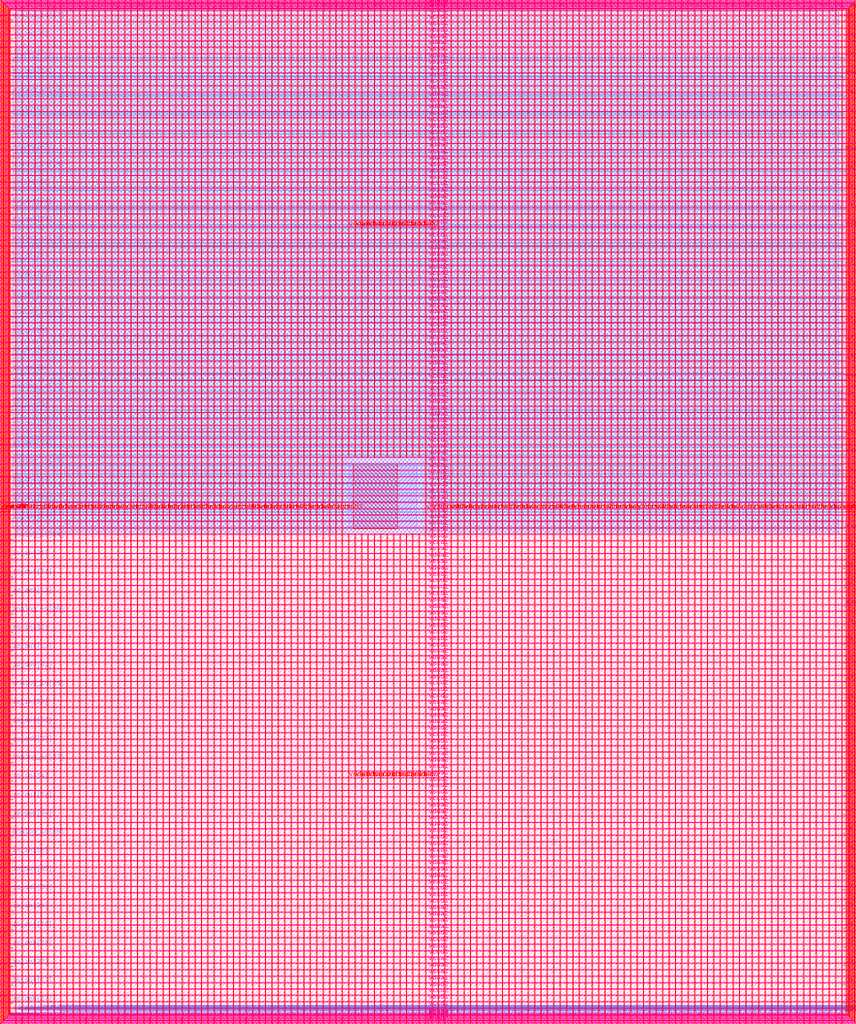
<source format=lef>
VERSION 5.7 ;
  NOWIREEXTENSIONATPIN ON ;
  DIVIDERCHAR "/" ;
  BUSBITCHARS "[]" ;
MACRO user_project_wrapper
  CLASS BLOCK ;
  FOREIGN user_project_wrapper ;
  ORIGIN 0.000 0.000 ;
  SIZE 2920.000 BY 3520.000 ;
  PIN analog_io[0]
    DIRECTION INOUT ;
    USE SIGNAL ;
    PORT
      LAYER met3 ;
        RECT 2917.600 1426.380 2924.800 1427.580 ;
    END
  END analog_io[0]
  PIN analog_io[10]
    DIRECTION INOUT ;
    USE SIGNAL ;
    PORT
      LAYER met2 ;
        RECT 2230.490 3517.600 2231.050 3524.800 ;
    END
  END analog_io[10]
  PIN analog_io[11]
    DIRECTION INOUT ;
    USE SIGNAL ;
    PORT
      LAYER met2 ;
        RECT 1905.730 3517.600 1906.290 3524.800 ;
    END
  END analog_io[11]
  PIN analog_io[12]
    DIRECTION INOUT ;
    USE SIGNAL ;
    PORT
      LAYER met2 ;
        RECT 1581.430 3517.600 1581.990 3524.800 ;
    END
  END analog_io[12]
  PIN analog_io[13]
    DIRECTION INOUT ;
    USE SIGNAL ;
    PORT
      LAYER met2 ;
        RECT 1257.130 3517.600 1257.690 3524.800 ;
    END
  END analog_io[13]
  PIN analog_io[14]
    DIRECTION INOUT ;
    USE SIGNAL ;
    PORT
      LAYER met2 ;
        RECT 932.370 3517.600 932.930 3524.800 ;
    END
  END analog_io[14]
  PIN analog_io[15]
    DIRECTION INOUT ;
    USE SIGNAL ;
    PORT
      LAYER met2 ;
        RECT 608.070 3517.600 608.630 3524.800 ;
    END
  END analog_io[15]
  PIN analog_io[16]
    DIRECTION INOUT ;
    USE SIGNAL ;
    PORT
      LAYER met2 ;
        RECT 283.770 3517.600 284.330 3524.800 ;
    END
  END analog_io[16]
  PIN analog_io[17]
    DIRECTION INOUT ;
    USE SIGNAL ;
    PORT
      LAYER met3 ;
        RECT -4.800 3486.100 2.400 3487.300 ;
    END
  END analog_io[17]
  PIN analog_io[18]
    DIRECTION INOUT ;
    USE SIGNAL ;
    PORT
      LAYER met3 ;
        RECT -4.800 3224.980 2.400 3226.180 ;
    END
  END analog_io[18]
  PIN analog_io[19]
    DIRECTION INOUT ;
    USE SIGNAL ;
    PORT
      LAYER met3 ;
        RECT -4.800 2964.540 2.400 2965.740 ;
    END
  END analog_io[19]
  PIN analog_io[1]
    DIRECTION INOUT ;
    USE SIGNAL ;
    PORT
      LAYER met3 ;
        RECT 2917.600 1692.260 2924.800 1693.460 ;
    END
  END analog_io[1]
  PIN analog_io[20]
    DIRECTION INOUT ;
    USE SIGNAL ;
    PORT
      LAYER met3 ;
        RECT -4.800 2703.420 2.400 2704.620 ;
    END
  END analog_io[20]
  PIN analog_io[21]
    DIRECTION INOUT ;
    USE SIGNAL ;
    PORT
      LAYER met3 ;
        RECT -4.800 2442.980 2.400 2444.180 ;
    END
  END analog_io[21]
  PIN analog_io[22]
    DIRECTION INOUT ;
    USE SIGNAL ;
    PORT
      LAYER met3 ;
        RECT -4.800 2182.540 2.400 2183.740 ;
    END
  END analog_io[22]
  PIN analog_io[23]
    DIRECTION INOUT ;
    USE SIGNAL ;
    PORT
      LAYER met3 ;
        RECT -4.800 1921.420 2.400 1922.620 ;
    END
  END analog_io[23]
  PIN analog_io[24]
    DIRECTION INOUT ;
    USE SIGNAL ;
    PORT
      LAYER met3 ;
        RECT -4.800 1660.980 2.400 1662.180 ;
    END
  END analog_io[24]
  PIN analog_io[25]
    DIRECTION INOUT ;
    USE SIGNAL ;
    PORT
      LAYER met3 ;
        RECT -4.800 1399.860 2.400 1401.060 ;
    END
  END analog_io[25]
  PIN analog_io[26]
    DIRECTION INOUT ;
    USE SIGNAL ;
    PORT
      LAYER met3 ;
        RECT -4.800 1139.420 2.400 1140.620 ;
    END
  END analog_io[26]
  PIN analog_io[27]
    DIRECTION INOUT ;
    USE SIGNAL ;
    PORT
      LAYER met3 ;
        RECT -4.800 878.980 2.400 880.180 ;
    END
  END analog_io[27]
  PIN analog_io[28]
    DIRECTION INOUT ;
    USE SIGNAL ;
    PORT
      LAYER met3 ;
        RECT -4.800 617.860 2.400 619.060 ;
    END
  END analog_io[28]
  PIN analog_io[2]
    DIRECTION INOUT ;
    USE SIGNAL ;
    PORT
      LAYER met3 ;
        RECT 2917.600 1958.140 2924.800 1959.340 ;
    END
  END analog_io[2]
  PIN analog_io[3]
    DIRECTION INOUT ;
    USE SIGNAL ;
    PORT
      LAYER met3 ;
        RECT 2917.600 2223.340 2924.800 2224.540 ;
    END
  END analog_io[3]
  PIN analog_io[4]
    DIRECTION INOUT ;
    USE SIGNAL ;
    PORT
      LAYER met3 ;
        RECT 2917.600 2489.220 2924.800 2490.420 ;
    END
  END analog_io[4]
  PIN analog_io[5]
    DIRECTION INOUT ;
    USE SIGNAL ;
    PORT
      LAYER met3 ;
        RECT 2917.600 2755.100 2924.800 2756.300 ;
    END
  END analog_io[5]
  PIN analog_io[6]
    DIRECTION INOUT ;
    USE SIGNAL ;
    PORT
      LAYER met3 ;
        RECT 2917.600 3020.300 2924.800 3021.500 ;
    END
  END analog_io[6]
  PIN analog_io[7]
    DIRECTION INOUT ;
    USE SIGNAL ;
    PORT
      LAYER met3 ;
        RECT 2917.600 3286.180 2924.800 3287.380 ;
    END
  END analog_io[7]
  PIN analog_io[8]
    DIRECTION INOUT ;
    USE SIGNAL ;
    PORT
      LAYER met2 ;
        RECT 2879.090 3517.600 2879.650 3524.800 ;
    END
  END analog_io[8]
  PIN analog_io[9]
    DIRECTION INOUT ;
    USE SIGNAL ;
    PORT
      LAYER met2 ;
        RECT 2554.790 3517.600 2555.350 3524.800 ;
    END
  END analog_io[9]
  PIN io_in[0]
    DIRECTION INPUT ;
    USE SIGNAL ;
    PORT
      LAYER met3 ;
        RECT 2917.600 32.380 2924.800 33.580 ;
    END
  END io_in[0]
  PIN io_in[10]
    DIRECTION INPUT ;
    USE SIGNAL ;
    PORT
      LAYER met3 ;
        RECT 2917.600 2289.980 2924.800 2291.180 ;
    END
  END io_in[10]
  PIN io_in[11]
    DIRECTION INPUT ;
    USE SIGNAL ;
    PORT
      LAYER met3 ;
        RECT 2917.600 2555.860 2924.800 2557.060 ;
    END
  END io_in[11]
  PIN io_in[12]
    DIRECTION INPUT ;
    USE SIGNAL ;
    PORT
      LAYER met3 ;
        RECT 2917.600 2821.060 2924.800 2822.260 ;
    END
  END io_in[12]
  PIN io_in[13]
    DIRECTION INPUT ;
    USE SIGNAL ;
    PORT
      LAYER met3 ;
        RECT 2917.600 3086.940 2924.800 3088.140 ;
    END
  END io_in[13]
  PIN io_in[14]
    DIRECTION INPUT ;
    USE SIGNAL ;
    PORT
      LAYER met3 ;
        RECT 2917.600 3352.820 2924.800 3354.020 ;
    END
  END io_in[14]
  PIN io_in[15]
    DIRECTION INPUT ;
    USE SIGNAL ;
    PORT
      LAYER met2 ;
        RECT 2798.130 3517.600 2798.690 3524.800 ;
    END
  END io_in[15]
  PIN io_in[16]
    DIRECTION INPUT ;
    USE SIGNAL ;
    PORT
      LAYER met2 ;
        RECT 2473.830 3517.600 2474.390 3524.800 ;
    END
  END io_in[16]
  PIN io_in[17]
    DIRECTION INPUT ;
    USE SIGNAL ;
    PORT
      LAYER met2 ;
        RECT 2149.070 3517.600 2149.630 3524.800 ;
    END
  END io_in[17]
  PIN io_in[18]
    DIRECTION INPUT ;
    USE SIGNAL ;
    PORT
      LAYER met2 ;
        RECT 1824.770 3517.600 1825.330 3524.800 ;
    END
  END io_in[18]
  PIN io_in[19]
    DIRECTION INPUT ;
    USE SIGNAL ;
    PORT
      LAYER met2 ;
        RECT 1500.470 3517.600 1501.030 3524.800 ;
    END
  END io_in[19]
  PIN io_in[1]
    DIRECTION INPUT ;
    USE SIGNAL ;
    PORT
      LAYER met3 ;
        RECT 2917.600 230.940 2924.800 232.140 ;
    END
  END io_in[1]
  PIN io_in[20]
    DIRECTION INPUT ;
    USE SIGNAL ;
    PORT
      LAYER met2 ;
        RECT 1175.710 3517.600 1176.270 3524.800 ;
    END
  END io_in[20]
  PIN io_in[21]
    DIRECTION INPUT ;
    USE SIGNAL ;
    PORT
      LAYER met2 ;
        RECT 851.410 3517.600 851.970 3524.800 ;
    END
  END io_in[21]
  PIN io_in[22]
    DIRECTION INPUT ;
    USE SIGNAL ;
    PORT
      LAYER met2 ;
        RECT 527.110 3517.600 527.670 3524.800 ;
    END
  END io_in[22]
  PIN io_in[23]
    DIRECTION INPUT ;
    USE SIGNAL ;
    PORT
      LAYER met2 ;
        RECT 202.350 3517.600 202.910 3524.800 ;
    END
  END io_in[23]
  PIN io_in[24]
    DIRECTION INPUT ;
    USE SIGNAL ;
    PORT
      LAYER met3 ;
        RECT -4.800 3420.820 2.400 3422.020 ;
    END
  END io_in[24]
  PIN io_in[25]
    DIRECTION INPUT ;
    USE SIGNAL ;
    PORT
      LAYER met3 ;
        RECT -4.800 3159.700 2.400 3160.900 ;
    END
  END io_in[25]
  PIN io_in[26]
    DIRECTION INPUT ;
    USE SIGNAL ;
    PORT
      LAYER met3 ;
        RECT -4.800 2899.260 2.400 2900.460 ;
    END
  END io_in[26]
  PIN io_in[27]
    DIRECTION INPUT ;
    USE SIGNAL ;
    PORT
      LAYER met3 ;
        RECT -4.800 2638.820 2.400 2640.020 ;
    END
  END io_in[27]
  PIN io_in[28]
    DIRECTION INPUT ;
    USE SIGNAL ;
    PORT
      LAYER met3 ;
        RECT -4.800 2377.700 2.400 2378.900 ;
    END
  END io_in[28]
  PIN io_in[29]
    DIRECTION INPUT ;
    USE SIGNAL ;
    PORT
      LAYER met3 ;
        RECT -4.800 2117.260 2.400 2118.460 ;
    END
  END io_in[29]
  PIN io_in[2]
    DIRECTION INPUT ;
    USE SIGNAL ;
    PORT
      LAYER met3 ;
        RECT 2917.600 430.180 2924.800 431.380 ;
    END
  END io_in[2]
  PIN io_in[30]
    DIRECTION INPUT ;
    USE SIGNAL ;
    PORT
      LAYER met3 ;
        RECT -4.800 1856.140 2.400 1857.340 ;
    END
  END io_in[30]
  PIN io_in[31]
    DIRECTION INPUT ;
    USE SIGNAL ;
    PORT
      LAYER met3 ;
        RECT -4.800 1595.700 2.400 1596.900 ;
    END
  END io_in[31]
  PIN io_in[32]
    DIRECTION INPUT ;
    USE SIGNAL ;
    PORT
      LAYER met3 ;
        RECT -4.800 1335.260 2.400 1336.460 ;
    END
  END io_in[32]
  PIN io_in[33]
    DIRECTION INPUT ;
    USE SIGNAL ;
    PORT
      LAYER met3 ;
        RECT -4.800 1074.140 2.400 1075.340 ;
    END
  END io_in[33]
  PIN io_in[34]
    DIRECTION INPUT ;
    USE SIGNAL ;
    PORT
      LAYER met3 ;
        RECT -4.800 813.700 2.400 814.900 ;
    END
  END io_in[34]
  PIN io_in[35]
    DIRECTION INPUT ;
    USE SIGNAL ;
    PORT
      LAYER met3 ;
        RECT -4.800 552.580 2.400 553.780 ;
    END
  END io_in[35]
  PIN io_in[36]
    DIRECTION INPUT ;
    USE SIGNAL ;
    PORT
      LAYER met3 ;
        RECT -4.800 357.420 2.400 358.620 ;
    END
  END io_in[36]
  PIN io_in[37]
    DIRECTION INPUT ;
    USE SIGNAL ;
    PORT
      LAYER met3 ;
        RECT -4.800 161.580 2.400 162.780 ;
    END
  END io_in[37]
  PIN io_in[3]
    DIRECTION INPUT ;
    USE SIGNAL ;
    PORT
      LAYER met3 ;
        RECT 2917.600 629.420 2924.800 630.620 ;
    END
  END io_in[3]
  PIN io_in[4]
    DIRECTION INPUT ;
    USE SIGNAL ;
    PORT
      LAYER met3 ;
        RECT 2917.600 828.660 2924.800 829.860 ;
    END
  END io_in[4]
  PIN io_in[5]
    DIRECTION INPUT ;
    USE SIGNAL ;
    PORT
      LAYER met3 ;
        RECT 2917.600 1027.900 2924.800 1029.100 ;
    END
  END io_in[5]
  PIN io_in[6]
    DIRECTION INPUT ;
    USE SIGNAL ;
    PORT
      LAYER met3 ;
        RECT 2917.600 1227.140 2924.800 1228.340 ;
    END
  END io_in[6]
  PIN io_in[7]
    DIRECTION INPUT ;
    USE SIGNAL ;
    PORT
      LAYER met3 ;
        RECT 2917.600 1493.020 2924.800 1494.220 ;
    END
  END io_in[7]
  PIN io_in[8]
    DIRECTION INPUT ;
    USE SIGNAL ;
    PORT
      LAYER met3 ;
        RECT 2917.600 1758.900 2924.800 1760.100 ;
    END
  END io_in[8]
  PIN io_in[9]
    DIRECTION INPUT ;
    USE SIGNAL ;
    PORT
      LAYER met3 ;
        RECT 2917.600 2024.100 2924.800 2025.300 ;
    END
  END io_in[9]
  PIN io_oeb[0]
    DIRECTION OUTPUT TRISTATE ;
    USE SIGNAL ;
    PORT
      LAYER met3 ;
        RECT 2917.600 164.980 2924.800 166.180 ;
    END
  END io_oeb[0]
  PIN io_oeb[10]
    DIRECTION OUTPUT TRISTATE ;
    USE SIGNAL ;
    PORT
      LAYER met3 ;
        RECT 2917.600 2422.580 2924.800 2423.780 ;
    END
  END io_oeb[10]
  PIN io_oeb[11]
    DIRECTION OUTPUT TRISTATE ;
    USE SIGNAL ;
    PORT
      LAYER met3 ;
        RECT 2917.600 2688.460 2924.800 2689.660 ;
    END
  END io_oeb[11]
  PIN io_oeb[12]
    DIRECTION OUTPUT TRISTATE ;
    USE SIGNAL ;
    PORT
      LAYER met3 ;
        RECT 2917.600 2954.340 2924.800 2955.540 ;
    END
  END io_oeb[12]
  PIN io_oeb[13]
    DIRECTION OUTPUT TRISTATE ;
    USE SIGNAL ;
    PORT
      LAYER met3 ;
        RECT 2917.600 3219.540 2924.800 3220.740 ;
    END
  END io_oeb[13]
  PIN io_oeb[14]
    DIRECTION OUTPUT TRISTATE ;
    USE SIGNAL ;
    PORT
      LAYER met3 ;
        RECT 2917.600 3485.420 2924.800 3486.620 ;
    END
  END io_oeb[14]
  PIN io_oeb[15]
    DIRECTION OUTPUT TRISTATE ;
    USE SIGNAL ;
    PORT
      LAYER met2 ;
        RECT 2635.750 3517.600 2636.310 3524.800 ;
    END
  END io_oeb[15]
  PIN io_oeb[16]
    DIRECTION OUTPUT TRISTATE ;
    USE SIGNAL ;
    PORT
      LAYER met2 ;
        RECT 2311.450 3517.600 2312.010 3524.800 ;
    END
  END io_oeb[16]
  PIN io_oeb[17]
    DIRECTION OUTPUT TRISTATE ;
    USE SIGNAL ;
    PORT
      LAYER met2 ;
        RECT 1987.150 3517.600 1987.710 3524.800 ;
    END
  END io_oeb[17]
  PIN io_oeb[18]
    DIRECTION OUTPUT TRISTATE ;
    USE SIGNAL ;
    PORT
      LAYER met2 ;
        RECT 1662.390 3517.600 1662.950 3524.800 ;
    END
  END io_oeb[18]
  PIN io_oeb[19]
    DIRECTION OUTPUT TRISTATE ;
    USE SIGNAL ;
    PORT
      LAYER met2 ;
        RECT 1338.090 3517.600 1338.650 3524.800 ;
    END
  END io_oeb[19]
  PIN io_oeb[1]
    DIRECTION OUTPUT TRISTATE ;
    USE SIGNAL ;
    PORT
      LAYER met3 ;
        RECT 2917.600 364.220 2924.800 365.420 ;
    END
  END io_oeb[1]
  PIN io_oeb[20]
    DIRECTION OUTPUT TRISTATE ;
    USE SIGNAL ;
    PORT
      LAYER met2 ;
        RECT 1013.790 3517.600 1014.350 3524.800 ;
    END
  END io_oeb[20]
  PIN io_oeb[21]
    DIRECTION OUTPUT TRISTATE ;
    USE SIGNAL ;
    PORT
      LAYER met2 ;
        RECT 689.030 3517.600 689.590 3524.800 ;
    END
  END io_oeb[21]
  PIN io_oeb[22]
    DIRECTION OUTPUT TRISTATE ;
    USE SIGNAL ;
    PORT
      LAYER met2 ;
        RECT 364.730 3517.600 365.290 3524.800 ;
    END
  END io_oeb[22]
  PIN io_oeb[23]
    DIRECTION OUTPUT TRISTATE ;
    USE SIGNAL ;
    PORT
      LAYER met2 ;
        RECT 40.430 3517.600 40.990 3524.800 ;
    END
  END io_oeb[23]
  PIN io_oeb[24]
    DIRECTION OUTPUT TRISTATE ;
    USE SIGNAL ;
    PORT
      LAYER met3 ;
        RECT -4.800 3290.260 2.400 3291.460 ;
    END
  END io_oeb[24]
  PIN io_oeb[25]
    DIRECTION OUTPUT TRISTATE ;
    USE SIGNAL ;
    PORT
      LAYER met3 ;
        RECT -4.800 3029.820 2.400 3031.020 ;
    END
  END io_oeb[25]
  PIN io_oeb[26]
    DIRECTION OUTPUT TRISTATE ;
    USE SIGNAL ;
    PORT
      LAYER met3 ;
        RECT -4.800 2768.700 2.400 2769.900 ;
    END
  END io_oeb[26]
  PIN io_oeb[27]
    DIRECTION OUTPUT TRISTATE ;
    USE SIGNAL ;
    PORT
      LAYER met3 ;
        RECT -4.800 2508.260 2.400 2509.460 ;
    END
  END io_oeb[27]
  PIN io_oeb[28]
    DIRECTION OUTPUT TRISTATE ;
    USE SIGNAL ;
    PORT
      LAYER met3 ;
        RECT -4.800 2247.140 2.400 2248.340 ;
    END
  END io_oeb[28]
  PIN io_oeb[29]
    DIRECTION OUTPUT TRISTATE ;
    USE SIGNAL ;
    PORT
      LAYER met3 ;
        RECT -4.800 1986.700 2.400 1987.900 ;
    END
  END io_oeb[29]
  PIN io_oeb[2]
    DIRECTION OUTPUT TRISTATE ;
    USE SIGNAL ;
    PORT
      LAYER met3 ;
        RECT 2917.600 563.460 2924.800 564.660 ;
    END
  END io_oeb[2]
  PIN io_oeb[30]
    DIRECTION OUTPUT TRISTATE ;
    USE SIGNAL ;
    PORT
      LAYER met3 ;
        RECT -4.800 1726.260 2.400 1727.460 ;
    END
  END io_oeb[30]
  PIN io_oeb[31]
    DIRECTION OUTPUT TRISTATE ;
    USE SIGNAL ;
    PORT
      LAYER met3 ;
        RECT -4.800 1465.140 2.400 1466.340 ;
    END
  END io_oeb[31]
  PIN io_oeb[32]
    DIRECTION OUTPUT TRISTATE ;
    USE SIGNAL ;
    PORT
      LAYER met3 ;
        RECT -4.800 1204.700 2.400 1205.900 ;
    END
  END io_oeb[32]
  PIN io_oeb[33]
    DIRECTION OUTPUT TRISTATE ;
    USE SIGNAL ;
    PORT
      LAYER met3 ;
        RECT -4.800 943.580 2.400 944.780 ;
    END
  END io_oeb[33]
  PIN io_oeb[34]
    DIRECTION OUTPUT TRISTATE ;
    USE SIGNAL ;
    PORT
      LAYER met3 ;
        RECT -4.800 683.140 2.400 684.340 ;
    END
  END io_oeb[34]
  PIN io_oeb[35]
    DIRECTION OUTPUT TRISTATE ;
    USE SIGNAL ;
    PORT
      LAYER met3 ;
        RECT -4.800 422.700 2.400 423.900 ;
    END
  END io_oeb[35]
  PIN io_oeb[36]
    DIRECTION OUTPUT TRISTATE ;
    USE SIGNAL ;
    PORT
      LAYER met3 ;
        RECT -4.800 226.860 2.400 228.060 ;
    END
  END io_oeb[36]
  PIN io_oeb[37]
    DIRECTION OUTPUT TRISTATE ;
    USE SIGNAL ;
    PORT
      LAYER met3 ;
        RECT -4.800 31.700 2.400 32.900 ;
    END
  END io_oeb[37]
  PIN io_oeb[3]
    DIRECTION OUTPUT TRISTATE ;
    USE SIGNAL ;
    PORT
      LAYER met3 ;
        RECT 2917.600 762.700 2924.800 763.900 ;
    END
  END io_oeb[3]
  PIN io_oeb[4]
    DIRECTION OUTPUT TRISTATE ;
    USE SIGNAL ;
    PORT
      LAYER met3 ;
        RECT 2917.600 961.940 2924.800 963.140 ;
    END
  END io_oeb[4]
  PIN io_oeb[5]
    DIRECTION OUTPUT TRISTATE ;
    USE SIGNAL ;
    PORT
      LAYER met3 ;
        RECT 2917.600 1161.180 2924.800 1162.380 ;
    END
  END io_oeb[5]
  PIN io_oeb[6]
    DIRECTION OUTPUT TRISTATE ;
    USE SIGNAL ;
    PORT
      LAYER met3 ;
        RECT 2917.600 1360.420 2924.800 1361.620 ;
    END
  END io_oeb[6]
  PIN io_oeb[7]
    DIRECTION OUTPUT TRISTATE ;
    USE SIGNAL ;
    PORT
      LAYER met3 ;
        RECT 2917.600 1625.620 2924.800 1626.820 ;
    END
  END io_oeb[7]
  PIN io_oeb[8]
    DIRECTION OUTPUT TRISTATE ;
    USE SIGNAL ;
    PORT
      LAYER met3 ;
        RECT 2917.600 1891.500 2924.800 1892.700 ;
    END
  END io_oeb[8]
  PIN io_oeb[9]
    DIRECTION OUTPUT TRISTATE ;
    USE SIGNAL ;
    PORT
      LAYER met3 ;
        RECT 2917.600 2157.380 2924.800 2158.580 ;
    END
  END io_oeb[9]
  PIN io_out[0]
    DIRECTION OUTPUT TRISTATE ;
    USE SIGNAL ;
    PORT
      LAYER met3 ;
        RECT 2917.600 98.340 2924.800 99.540 ;
    END
  END io_out[0]
  PIN io_out[10]
    DIRECTION OUTPUT TRISTATE ;
    USE SIGNAL ;
    PORT
      LAYER met3 ;
        RECT 2917.600 2356.620 2924.800 2357.820 ;
    END
  END io_out[10]
  PIN io_out[11]
    DIRECTION OUTPUT TRISTATE ;
    USE SIGNAL ;
    PORT
      LAYER met3 ;
        RECT 2917.600 2621.820 2924.800 2623.020 ;
    END
  END io_out[11]
  PIN io_out[12]
    DIRECTION OUTPUT TRISTATE ;
    USE SIGNAL ;
    PORT
      LAYER met3 ;
        RECT 2917.600 2887.700 2924.800 2888.900 ;
    END
  END io_out[12]
  PIN io_out[13]
    DIRECTION OUTPUT TRISTATE ;
    USE SIGNAL ;
    PORT
      LAYER met3 ;
        RECT 2917.600 3153.580 2924.800 3154.780 ;
    END
  END io_out[13]
  PIN io_out[14]
    DIRECTION OUTPUT TRISTATE ;
    USE SIGNAL ;
    PORT
      LAYER met3 ;
        RECT 2917.600 3418.780 2924.800 3419.980 ;
    END
  END io_out[14]
  PIN io_out[15]
    DIRECTION OUTPUT TRISTATE ;
    USE SIGNAL ;
    PORT
      LAYER met2 ;
        RECT 2717.170 3517.600 2717.730 3524.800 ;
    END
  END io_out[15]
  PIN io_out[16]
    DIRECTION OUTPUT TRISTATE ;
    USE SIGNAL ;
    PORT
      LAYER met2 ;
        RECT 2392.410 3517.600 2392.970 3524.800 ;
    END
  END io_out[16]
  PIN io_out[17]
    DIRECTION OUTPUT TRISTATE ;
    USE SIGNAL ;
    PORT
      LAYER met2 ;
        RECT 2068.110 3517.600 2068.670 3524.800 ;
    END
  END io_out[17]
  PIN io_out[18]
    DIRECTION OUTPUT TRISTATE ;
    USE SIGNAL ;
    PORT
      LAYER met2 ;
        RECT 1743.810 3517.600 1744.370 3524.800 ;
    END
  END io_out[18]
  PIN io_out[19]
    DIRECTION OUTPUT TRISTATE ;
    USE SIGNAL ;
    PORT
      LAYER met2 ;
        RECT 1419.050 3517.600 1419.610 3524.800 ;
    END
  END io_out[19]
  PIN io_out[1]
    DIRECTION OUTPUT TRISTATE ;
    USE SIGNAL ;
    PORT
      LAYER met3 ;
        RECT 2917.600 297.580 2924.800 298.780 ;
    END
  END io_out[1]
  PIN io_out[20]
    DIRECTION OUTPUT TRISTATE ;
    USE SIGNAL ;
    PORT
      LAYER met2 ;
        RECT 1094.750 3517.600 1095.310 3524.800 ;
    END
  END io_out[20]
  PIN io_out[21]
    DIRECTION OUTPUT TRISTATE ;
    USE SIGNAL ;
    PORT
      LAYER met2 ;
        RECT 770.450 3517.600 771.010 3524.800 ;
    END
  END io_out[21]
  PIN io_out[22]
    DIRECTION OUTPUT TRISTATE ;
    USE SIGNAL ;
    PORT
      LAYER met2 ;
        RECT 445.690 3517.600 446.250 3524.800 ;
    END
  END io_out[22]
  PIN io_out[23]
    DIRECTION OUTPUT TRISTATE ;
    USE SIGNAL ;
    PORT
      LAYER met2 ;
        RECT 121.390 3517.600 121.950 3524.800 ;
    END
  END io_out[23]
  PIN io_out[24]
    DIRECTION OUTPUT TRISTATE ;
    USE SIGNAL ;
    PORT
      LAYER met3 ;
        RECT -4.800 3355.540 2.400 3356.740 ;
    END
  END io_out[24]
  PIN io_out[25]
    DIRECTION OUTPUT TRISTATE ;
    USE SIGNAL ;
    PORT
      LAYER met3 ;
        RECT -4.800 3095.100 2.400 3096.300 ;
    END
  END io_out[25]
  PIN io_out[26]
    DIRECTION OUTPUT TRISTATE ;
    USE SIGNAL ;
    PORT
      LAYER met3 ;
        RECT -4.800 2833.980 2.400 2835.180 ;
    END
  END io_out[26]
  PIN io_out[27]
    DIRECTION OUTPUT TRISTATE ;
    USE SIGNAL ;
    PORT
      LAYER met3 ;
        RECT -4.800 2573.540 2.400 2574.740 ;
    END
  END io_out[27]
  PIN io_out[28]
    DIRECTION OUTPUT TRISTATE ;
    USE SIGNAL ;
    PORT
      LAYER met3 ;
        RECT -4.800 2312.420 2.400 2313.620 ;
    END
  END io_out[28]
  PIN io_out[29]
    DIRECTION OUTPUT TRISTATE ;
    USE SIGNAL ;
    PORT
      LAYER met3 ;
        RECT -4.800 2051.980 2.400 2053.180 ;
    END
  END io_out[29]
  PIN io_out[2]
    DIRECTION OUTPUT TRISTATE ;
    USE SIGNAL ;
    PORT
      LAYER met3 ;
        RECT 2917.600 496.820 2924.800 498.020 ;
    END
  END io_out[2]
  PIN io_out[30]
    DIRECTION OUTPUT TRISTATE ;
    USE SIGNAL ;
    PORT
      LAYER met3 ;
        RECT -4.800 1791.540 2.400 1792.740 ;
    END
  END io_out[30]
  PIN io_out[31]
    DIRECTION OUTPUT TRISTATE ;
    USE SIGNAL ;
    PORT
      LAYER met3 ;
        RECT -4.800 1530.420 2.400 1531.620 ;
    END
  END io_out[31]
  PIN io_out[32]
    DIRECTION OUTPUT TRISTATE ;
    USE SIGNAL ;
    PORT
      LAYER met3 ;
        RECT -4.800 1269.980 2.400 1271.180 ;
    END
  END io_out[32]
  PIN io_out[33]
    DIRECTION OUTPUT TRISTATE ;
    USE SIGNAL ;
    PORT
      LAYER met3 ;
        RECT -4.800 1008.860 2.400 1010.060 ;
    END
  END io_out[33]
  PIN io_out[34]
    DIRECTION OUTPUT TRISTATE ;
    USE SIGNAL ;
    PORT
      LAYER met3 ;
        RECT -4.800 748.420 2.400 749.620 ;
    END
  END io_out[34]
  PIN io_out[35]
    DIRECTION OUTPUT TRISTATE ;
    USE SIGNAL ;
    PORT
      LAYER met3 ;
        RECT -4.800 487.300 2.400 488.500 ;
    END
  END io_out[35]
  PIN io_out[36]
    DIRECTION OUTPUT TRISTATE ;
    USE SIGNAL ;
    PORT
      LAYER met3 ;
        RECT -4.800 292.140 2.400 293.340 ;
    END
  END io_out[36]
  PIN io_out[37]
    DIRECTION OUTPUT TRISTATE ;
    USE SIGNAL ;
    PORT
      LAYER met3 ;
        RECT -4.800 96.300 2.400 97.500 ;
    END
  END io_out[37]
  PIN io_out[3]
    DIRECTION OUTPUT TRISTATE ;
    USE SIGNAL ;
    PORT
      LAYER met3 ;
        RECT 2917.600 696.060 2924.800 697.260 ;
    END
  END io_out[3]
  PIN io_out[4]
    DIRECTION OUTPUT TRISTATE ;
    USE SIGNAL ;
    PORT
      LAYER met3 ;
        RECT 2917.600 895.300 2924.800 896.500 ;
    END
  END io_out[4]
  PIN io_out[5]
    DIRECTION OUTPUT TRISTATE ;
    USE SIGNAL ;
    PORT
      LAYER met3 ;
        RECT 2917.600 1094.540 2924.800 1095.740 ;
    END
  END io_out[5]
  PIN io_out[6]
    DIRECTION OUTPUT TRISTATE ;
    USE SIGNAL ;
    PORT
      LAYER met3 ;
        RECT 2917.600 1293.780 2924.800 1294.980 ;
    END
  END io_out[6]
  PIN io_out[7]
    DIRECTION OUTPUT TRISTATE ;
    USE SIGNAL ;
    PORT
      LAYER met3 ;
        RECT 2917.600 1559.660 2924.800 1560.860 ;
    END
  END io_out[7]
  PIN io_out[8]
    DIRECTION OUTPUT TRISTATE ;
    USE SIGNAL ;
    PORT
      LAYER met3 ;
        RECT 2917.600 1824.860 2924.800 1826.060 ;
    END
  END io_out[8]
  PIN io_out[9]
    DIRECTION OUTPUT TRISTATE ;
    USE SIGNAL ;
    PORT
      LAYER met3 ;
        RECT 2917.600 2090.740 2924.800 2091.940 ;
    END
  END io_out[9]
  PIN la_data_in[0]
    DIRECTION INPUT ;
    USE SIGNAL ;
    PORT
      LAYER met2 ;
        RECT 629.230 -4.800 629.790 2.400 ;
    END
  END la_data_in[0]
  PIN la_data_in[100]
    DIRECTION INPUT ;
    USE SIGNAL ;
    PORT
      LAYER met2 ;
        RECT 2402.530 -4.800 2403.090 2.400 ;
    END
  END la_data_in[100]
  PIN la_data_in[101]
    DIRECTION INPUT ;
    USE SIGNAL ;
    PORT
      LAYER met2 ;
        RECT 2420.010 -4.800 2420.570 2.400 ;
    END
  END la_data_in[101]
  PIN la_data_in[102]
    DIRECTION INPUT ;
    USE SIGNAL ;
    PORT
      LAYER met2 ;
        RECT 2437.950 -4.800 2438.510 2.400 ;
    END
  END la_data_in[102]
  PIN la_data_in[103]
    DIRECTION INPUT ;
    USE SIGNAL ;
    PORT
      LAYER met2 ;
        RECT 2455.430 -4.800 2455.990 2.400 ;
    END
  END la_data_in[103]
  PIN la_data_in[104]
    DIRECTION INPUT ;
    USE SIGNAL ;
    PORT
      LAYER met2 ;
        RECT 2473.370 -4.800 2473.930 2.400 ;
    END
  END la_data_in[104]
  PIN la_data_in[105]
    DIRECTION INPUT ;
    USE SIGNAL ;
    PORT
      LAYER met2 ;
        RECT 2490.850 -4.800 2491.410 2.400 ;
    END
  END la_data_in[105]
  PIN la_data_in[106]
    DIRECTION INPUT ;
    USE SIGNAL ;
    PORT
      LAYER met2 ;
        RECT 2508.790 -4.800 2509.350 2.400 ;
    END
  END la_data_in[106]
  PIN la_data_in[107]
    DIRECTION INPUT ;
    USE SIGNAL ;
    PORT
      LAYER met2 ;
        RECT 2526.730 -4.800 2527.290 2.400 ;
    END
  END la_data_in[107]
  PIN la_data_in[108]
    DIRECTION INPUT ;
    USE SIGNAL ;
    PORT
      LAYER met2 ;
        RECT 2544.210 -4.800 2544.770 2.400 ;
    END
  END la_data_in[108]
  PIN la_data_in[109]
    DIRECTION INPUT ;
    USE SIGNAL ;
    PORT
      LAYER met2 ;
        RECT 2562.150 -4.800 2562.710 2.400 ;
    END
  END la_data_in[109]
  PIN la_data_in[10]
    DIRECTION INPUT ;
    USE SIGNAL ;
    PORT
      LAYER met2 ;
        RECT 806.330 -4.800 806.890 2.400 ;
    END
  END la_data_in[10]
  PIN la_data_in[110]
    DIRECTION INPUT ;
    USE SIGNAL ;
    PORT
      LAYER met2 ;
        RECT 2579.630 -4.800 2580.190 2.400 ;
    END
  END la_data_in[110]
  PIN la_data_in[111]
    DIRECTION INPUT ;
    USE SIGNAL ;
    PORT
      LAYER met2 ;
        RECT 2597.570 -4.800 2598.130 2.400 ;
    END
  END la_data_in[111]
  PIN la_data_in[112]
    DIRECTION INPUT ;
    USE SIGNAL ;
    PORT
      LAYER met2 ;
        RECT 2615.050 -4.800 2615.610 2.400 ;
    END
  END la_data_in[112]
  PIN la_data_in[113]
    DIRECTION INPUT ;
    USE SIGNAL ;
    PORT
      LAYER met2 ;
        RECT 2632.990 -4.800 2633.550 2.400 ;
    END
  END la_data_in[113]
  PIN la_data_in[114]
    DIRECTION INPUT ;
    USE SIGNAL ;
    PORT
      LAYER met2 ;
        RECT 2650.470 -4.800 2651.030 2.400 ;
    END
  END la_data_in[114]
  PIN la_data_in[115]
    DIRECTION INPUT ;
    USE SIGNAL ;
    PORT
      LAYER met2 ;
        RECT 2668.410 -4.800 2668.970 2.400 ;
    END
  END la_data_in[115]
  PIN la_data_in[116]
    DIRECTION INPUT ;
    USE SIGNAL ;
    PORT
      LAYER met2 ;
        RECT 2685.890 -4.800 2686.450 2.400 ;
    END
  END la_data_in[116]
  PIN la_data_in[117]
    DIRECTION INPUT ;
    USE SIGNAL ;
    PORT
      LAYER met2 ;
        RECT 2703.830 -4.800 2704.390 2.400 ;
    END
  END la_data_in[117]
  PIN la_data_in[118]
    DIRECTION INPUT ;
    USE SIGNAL ;
    PORT
      LAYER met2 ;
        RECT 2721.770 -4.800 2722.330 2.400 ;
    END
  END la_data_in[118]
  PIN la_data_in[119]
    DIRECTION INPUT ;
    USE SIGNAL ;
    PORT
      LAYER met2 ;
        RECT 2739.250 -4.800 2739.810 2.400 ;
    END
  END la_data_in[119]
  PIN la_data_in[11]
    DIRECTION INPUT ;
    USE SIGNAL ;
    PORT
      LAYER met2 ;
        RECT 824.270 -4.800 824.830 2.400 ;
    END
  END la_data_in[11]
  PIN la_data_in[120]
    DIRECTION INPUT ;
    USE SIGNAL ;
    PORT
      LAYER met2 ;
        RECT 2757.190 -4.800 2757.750 2.400 ;
    END
  END la_data_in[120]
  PIN la_data_in[121]
    DIRECTION INPUT ;
    USE SIGNAL ;
    PORT
      LAYER met2 ;
        RECT 2774.670 -4.800 2775.230 2.400 ;
    END
  END la_data_in[121]
  PIN la_data_in[122]
    DIRECTION INPUT ;
    USE SIGNAL ;
    PORT
      LAYER met2 ;
        RECT 2792.610 -4.800 2793.170 2.400 ;
    END
  END la_data_in[122]
  PIN la_data_in[123]
    DIRECTION INPUT ;
    USE SIGNAL ;
    PORT
      LAYER met2 ;
        RECT 2810.090 -4.800 2810.650 2.400 ;
    END
  END la_data_in[123]
  PIN la_data_in[124]
    DIRECTION INPUT ;
    USE SIGNAL ;
    PORT
      LAYER met2 ;
        RECT 2828.030 -4.800 2828.590 2.400 ;
    END
  END la_data_in[124]
  PIN la_data_in[125]
    DIRECTION INPUT ;
    USE SIGNAL ;
    PORT
      LAYER met2 ;
        RECT 2845.510 -4.800 2846.070 2.400 ;
    END
  END la_data_in[125]
  PIN la_data_in[126]
    DIRECTION INPUT ;
    USE SIGNAL ;
    PORT
      LAYER met2 ;
        RECT 2863.450 -4.800 2864.010 2.400 ;
    END
  END la_data_in[126]
  PIN la_data_in[127]
    DIRECTION INPUT ;
    USE SIGNAL ;
    PORT
      LAYER met2 ;
        RECT 2881.390 -4.800 2881.950 2.400 ;
    END
  END la_data_in[127]
  PIN la_data_in[12]
    DIRECTION INPUT ;
    USE SIGNAL ;
    PORT
      LAYER met2 ;
        RECT 841.750 -4.800 842.310 2.400 ;
    END
  END la_data_in[12]
  PIN la_data_in[13]
    DIRECTION INPUT ;
    USE SIGNAL ;
    PORT
      LAYER met2 ;
        RECT 859.690 -4.800 860.250 2.400 ;
    END
  END la_data_in[13]
  PIN la_data_in[14]
    DIRECTION INPUT ;
    USE SIGNAL ;
    PORT
      LAYER met2 ;
        RECT 877.170 -4.800 877.730 2.400 ;
    END
  END la_data_in[14]
  PIN la_data_in[15]
    DIRECTION INPUT ;
    USE SIGNAL ;
    PORT
      LAYER met2 ;
        RECT 895.110 -4.800 895.670 2.400 ;
    END
  END la_data_in[15]
  PIN la_data_in[16]
    DIRECTION INPUT ;
    USE SIGNAL ;
    PORT
      LAYER met2 ;
        RECT 912.590 -4.800 913.150 2.400 ;
    END
  END la_data_in[16]
  PIN la_data_in[17]
    DIRECTION INPUT ;
    USE SIGNAL ;
    PORT
      LAYER met2 ;
        RECT 930.530 -4.800 931.090 2.400 ;
    END
  END la_data_in[17]
  PIN la_data_in[18]
    DIRECTION INPUT ;
    USE SIGNAL ;
    PORT
      LAYER met2 ;
        RECT 948.470 -4.800 949.030 2.400 ;
    END
  END la_data_in[18]
  PIN la_data_in[19]
    DIRECTION INPUT ;
    USE SIGNAL ;
    PORT
      LAYER met2 ;
        RECT 965.950 -4.800 966.510 2.400 ;
    END
  END la_data_in[19]
  PIN la_data_in[1]
    DIRECTION INPUT ;
    USE SIGNAL ;
    PORT
      LAYER met2 ;
        RECT 646.710 -4.800 647.270 2.400 ;
    END
  END la_data_in[1]
  PIN la_data_in[20]
    DIRECTION INPUT ;
    USE SIGNAL ;
    PORT
      LAYER met2 ;
        RECT 983.890 -4.800 984.450 2.400 ;
    END
  END la_data_in[20]
  PIN la_data_in[21]
    DIRECTION INPUT ;
    USE SIGNAL ;
    PORT
      LAYER met2 ;
        RECT 1001.370 -4.800 1001.930 2.400 ;
    END
  END la_data_in[21]
  PIN la_data_in[22]
    DIRECTION INPUT ;
    USE SIGNAL ;
    PORT
      LAYER met2 ;
        RECT 1019.310 -4.800 1019.870 2.400 ;
    END
  END la_data_in[22]
  PIN la_data_in[23]
    DIRECTION INPUT ;
    USE SIGNAL ;
    PORT
      LAYER met2 ;
        RECT 1036.790 -4.800 1037.350 2.400 ;
    END
  END la_data_in[23]
  PIN la_data_in[24]
    DIRECTION INPUT ;
    USE SIGNAL ;
    PORT
      LAYER met2 ;
        RECT 1054.730 -4.800 1055.290 2.400 ;
    END
  END la_data_in[24]
  PIN la_data_in[25]
    DIRECTION INPUT ;
    USE SIGNAL ;
    PORT
      LAYER met2 ;
        RECT 1072.210 -4.800 1072.770 2.400 ;
    END
  END la_data_in[25]
  PIN la_data_in[26]
    DIRECTION INPUT ;
    USE SIGNAL ;
    PORT
      LAYER met2 ;
        RECT 1090.150 -4.800 1090.710 2.400 ;
    END
  END la_data_in[26]
  PIN la_data_in[27]
    DIRECTION INPUT ;
    USE SIGNAL ;
    PORT
      LAYER met2 ;
        RECT 1107.630 -4.800 1108.190 2.400 ;
    END
  END la_data_in[27]
  PIN la_data_in[28]
    DIRECTION INPUT ;
    USE SIGNAL ;
    PORT
      LAYER met2 ;
        RECT 1125.570 -4.800 1126.130 2.400 ;
    END
  END la_data_in[28]
  PIN la_data_in[29]
    DIRECTION INPUT ;
    USE SIGNAL ;
    PORT
      LAYER met2 ;
        RECT 1143.510 -4.800 1144.070 2.400 ;
    END
  END la_data_in[29]
  PIN la_data_in[2]
    DIRECTION INPUT ;
    USE SIGNAL ;
    PORT
      LAYER met2 ;
        RECT 664.650 -4.800 665.210 2.400 ;
    END
  END la_data_in[2]
  PIN la_data_in[30]
    DIRECTION INPUT ;
    USE SIGNAL ;
    PORT
      LAYER met2 ;
        RECT 1160.990 -4.800 1161.550 2.400 ;
    END
  END la_data_in[30]
  PIN la_data_in[31]
    DIRECTION INPUT ;
    USE SIGNAL ;
    PORT
      LAYER met2 ;
        RECT 1178.930 -4.800 1179.490 2.400 ;
    END
  END la_data_in[31]
  PIN la_data_in[32]
    DIRECTION INPUT ;
    USE SIGNAL ;
    PORT
      LAYER met2 ;
        RECT 1196.410 -4.800 1196.970 2.400 ;
    END
  END la_data_in[32]
  PIN la_data_in[33]
    DIRECTION INPUT ;
    USE SIGNAL ;
    PORT
      LAYER met2 ;
        RECT 1214.350 -4.800 1214.910 2.400 ;
    END
  END la_data_in[33]
  PIN la_data_in[34]
    DIRECTION INPUT ;
    USE SIGNAL ;
    PORT
      LAYER met2 ;
        RECT 1231.830 -4.800 1232.390 2.400 ;
    END
  END la_data_in[34]
  PIN la_data_in[35]
    DIRECTION INPUT ;
    USE SIGNAL ;
    PORT
      LAYER met2 ;
        RECT 1249.770 -4.800 1250.330 2.400 ;
    END
  END la_data_in[35]
  PIN la_data_in[36]
    DIRECTION INPUT ;
    USE SIGNAL ;
    PORT
      LAYER met2 ;
        RECT 1267.250 -4.800 1267.810 2.400 ;
    END
  END la_data_in[36]
  PIN la_data_in[37]
    DIRECTION INPUT ;
    USE SIGNAL ;
    PORT
      LAYER met2 ;
        RECT 1285.190 -4.800 1285.750 2.400 ;
    END
  END la_data_in[37]
  PIN la_data_in[38]
    DIRECTION INPUT ;
    USE SIGNAL ;
    PORT
      LAYER met2 ;
        RECT 1303.130 -4.800 1303.690 2.400 ;
    END
  END la_data_in[38]
  PIN la_data_in[39]
    DIRECTION INPUT ;
    USE SIGNAL ;
    PORT
      LAYER met2 ;
        RECT 1320.610 -4.800 1321.170 2.400 ;
    END
  END la_data_in[39]
  PIN la_data_in[3]
    DIRECTION INPUT ;
    USE SIGNAL ;
    PORT
      LAYER met2 ;
        RECT 682.130 -4.800 682.690 2.400 ;
    END
  END la_data_in[3]
  PIN la_data_in[40]
    DIRECTION INPUT ;
    USE SIGNAL ;
    PORT
      LAYER met2 ;
        RECT 1338.550 -4.800 1339.110 2.400 ;
    END
  END la_data_in[40]
  PIN la_data_in[41]
    DIRECTION INPUT ;
    USE SIGNAL ;
    PORT
      LAYER met2 ;
        RECT 1356.030 -4.800 1356.590 2.400 ;
    END
  END la_data_in[41]
  PIN la_data_in[42]
    DIRECTION INPUT ;
    USE SIGNAL ;
    PORT
      LAYER met2 ;
        RECT 1373.970 -4.800 1374.530 2.400 ;
    END
  END la_data_in[42]
  PIN la_data_in[43]
    DIRECTION INPUT ;
    USE SIGNAL ;
    PORT
      LAYER met2 ;
        RECT 1391.450 -4.800 1392.010 2.400 ;
    END
  END la_data_in[43]
  PIN la_data_in[44]
    DIRECTION INPUT ;
    USE SIGNAL ;
    PORT
      LAYER met2 ;
        RECT 1409.390 -4.800 1409.950 2.400 ;
    END
  END la_data_in[44]
  PIN la_data_in[45]
    DIRECTION INPUT ;
    USE SIGNAL ;
    PORT
      LAYER met2 ;
        RECT 1426.870 -4.800 1427.430 2.400 ;
    END
  END la_data_in[45]
  PIN la_data_in[46]
    DIRECTION INPUT ;
    USE SIGNAL ;
    PORT
      LAYER met2 ;
        RECT 1444.810 -4.800 1445.370 2.400 ;
    END
  END la_data_in[46]
  PIN la_data_in[47]
    DIRECTION INPUT ;
    USE SIGNAL ;
    PORT
      LAYER met2 ;
        RECT 1462.750 -4.800 1463.310 2.400 ;
    END
  END la_data_in[47]
  PIN la_data_in[48]
    DIRECTION INPUT ;
    USE SIGNAL ;
    PORT
      LAYER met2 ;
        RECT 1480.230 -4.800 1480.790 2.400 ;
    END
  END la_data_in[48]
  PIN la_data_in[49]
    DIRECTION INPUT ;
    USE SIGNAL ;
    PORT
      LAYER met2 ;
        RECT 1498.170 -4.800 1498.730 2.400 ;
    END
  END la_data_in[49]
  PIN la_data_in[4]
    DIRECTION INPUT ;
    USE SIGNAL ;
    PORT
      LAYER met2 ;
        RECT 700.070 -4.800 700.630 2.400 ;
    END
  END la_data_in[4]
  PIN la_data_in[50]
    DIRECTION INPUT ;
    USE SIGNAL ;
    PORT
      LAYER met2 ;
        RECT 1515.650 -4.800 1516.210 2.400 ;
    END
  END la_data_in[50]
  PIN la_data_in[51]
    DIRECTION INPUT ;
    USE SIGNAL ;
    PORT
      LAYER met2 ;
        RECT 1533.590 -4.800 1534.150 2.400 ;
    END
  END la_data_in[51]
  PIN la_data_in[52]
    DIRECTION INPUT ;
    USE SIGNAL ;
    PORT
      LAYER met2 ;
        RECT 1551.070 -4.800 1551.630 2.400 ;
    END
  END la_data_in[52]
  PIN la_data_in[53]
    DIRECTION INPUT ;
    USE SIGNAL ;
    PORT
      LAYER met2 ;
        RECT 1569.010 -4.800 1569.570 2.400 ;
    END
  END la_data_in[53]
  PIN la_data_in[54]
    DIRECTION INPUT ;
    USE SIGNAL ;
    PORT
      LAYER met2 ;
        RECT 1586.490 -4.800 1587.050 2.400 ;
    END
  END la_data_in[54]
  PIN la_data_in[55]
    DIRECTION INPUT ;
    USE SIGNAL ;
    PORT
      LAYER met2 ;
        RECT 1604.430 -4.800 1604.990 2.400 ;
    END
  END la_data_in[55]
  PIN la_data_in[56]
    DIRECTION INPUT ;
    USE SIGNAL ;
    PORT
      LAYER met2 ;
        RECT 1621.910 -4.800 1622.470 2.400 ;
    END
  END la_data_in[56]
  PIN la_data_in[57]
    DIRECTION INPUT ;
    USE SIGNAL ;
    PORT
      LAYER met2 ;
        RECT 1639.850 -4.800 1640.410 2.400 ;
    END
  END la_data_in[57]
  PIN la_data_in[58]
    DIRECTION INPUT ;
    USE SIGNAL ;
    PORT
      LAYER met2 ;
        RECT 1657.790 -4.800 1658.350 2.400 ;
    END
  END la_data_in[58]
  PIN la_data_in[59]
    DIRECTION INPUT ;
    USE SIGNAL ;
    PORT
      LAYER met2 ;
        RECT 1675.270 -4.800 1675.830 2.400 ;
    END
  END la_data_in[59]
  PIN la_data_in[5]
    DIRECTION INPUT ;
    USE SIGNAL ;
    PORT
      LAYER met2 ;
        RECT 717.550 -4.800 718.110 2.400 ;
    END
  END la_data_in[5]
  PIN la_data_in[60]
    DIRECTION INPUT ;
    USE SIGNAL ;
    PORT
      LAYER met2 ;
        RECT 1693.210 -4.800 1693.770 2.400 ;
    END
  END la_data_in[60]
  PIN la_data_in[61]
    DIRECTION INPUT ;
    USE SIGNAL ;
    PORT
      LAYER met2 ;
        RECT 1710.690 -4.800 1711.250 2.400 ;
    END
  END la_data_in[61]
  PIN la_data_in[62]
    DIRECTION INPUT ;
    USE SIGNAL ;
    PORT
      LAYER met2 ;
        RECT 1728.630 -4.800 1729.190 2.400 ;
    END
  END la_data_in[62]
  PIN la_data_in[63]
    DIRECTION INPUT ;
    USE SIGNAL ;
    PORT
      LAYER met2 ;
        RECT 1746.110 -4.800 1746.670 2.400 ;
    END
  END la_data_in[63]
  PIN la_data_in[64]
    DIRECTION INPUT ;
    USE SIGNAL ;
    PORT
      LAYER met2 ;
        RECT 1764.050 -4.800 1764.610 2.400 ;
    END
  END la_data_in[64]
  PIN la_data_in[65]
    DIRECTION INPUT ;
    USE SIGNAL ;
    PORT
      LAYER met2 ;
        RECT 1781.530 -4.800 1782.090 2.400 ;
    END
  END la_data_in[65]
  PIN la_data_in[66]
    DIRECTION INPUT ;
    USE SIGNAL ;
    PORT
      LAYER met2 ;
        RECT 1799.470 -4.800 1800.030 2.400 ;
    END
  END la_data_in[66]
  PIN la_data_in[67]
    DIRECTION INPUT ;
    USE SIGNAL ;
    PORT
      LAYER met2 ;
        RECT 1817.410 -4.800 1817.970 2.400 ;
    END
  END la_data_in[67]
  PIN la_data_in[68]
    DIRECTION INPUT ;
    USE SIGNAL ;
    PORT
      LAYER met2 ;
        RECT 1834.890 -4.800 1835.450 2.400 ;
    END
  END la_data_in[68]
  PIN la_data_in[69]
    DIRECTION INPUT ;
    USE SIGNAL ;
    PORT
      LAYER met2 ;
        RECT 1852.830 -4.800 1853.390 2.400 ;
    END
  END la_data_in[69]
  PIN la_data_in[6]
    DIRECTION INPUT ;
    USE SIGNAL ;
    PORT
      LAYER met2 ;
        RECT 735.490 -4.800 736.050 2.400 ;
    END
  END la_data_in[6]
  PIN la_data_in[70]
    DIRECTION INPUT ;
    USE SIGNAL ;
    PORT
      LAYER met2 ;
        RECT 1870.310 -4.800 1870.870 2.400 ;
    END
  END la_data_in[70]
  PIN la_data_in[71]
    DIRECTION INPUT ;
    USE SIGNAL ;
    PORT
      LAYER met2 ;
        RECT 1888.250 -4.800 1888.810 2.400 ;
    END
  END la_data_in[71]
  PIN la_data_in[72]
    DIRECTION INPUT ;
    USE SIGNAL ;
    PORT
      LAYER met2 ;
        RECT 1905.730 -4.800 1906.290 2.400 ;
    END
  END la_data_in[72]
  PIN la_data_in[73]
    DIRECTION INPUT ;
    USE SIGNAL ;
    PORT
      LAYER met2 ;
        RECT 1923.670 -4.800 1924.230 2.400 ;
    END
  END la_data_in[73]
  PIN la_data_in[74]
    DIRECTION INPUT ;
    USE SIGNAL ;
    PORT
      LAYER met2 ;
        RECT 1941.150 -4.800 1941.710 2.400 ;
    END
  END la_data_in[74]
  PIN la_data_in[75]
    DIRECTION INPUT ;
    USE SIGNAL ;
    PORT
      LAYER met2 ;
        RECT 1959.090 -4.800 1959.650 2.400 ;
    END
  END la_data_in[75]
  PIN la_data_in[76]
    DIRECTION INPUT ;
    USE SIGNAL ;
    PORT
      LAYER met2 ;
        RECT 1976.570 -4.800 1977.130 2.400 ;
    END
  END la_data_in[76]
  PIN la_data_in[77]
    DIRECTION INPUT ;
    USE SIGNAL ;
    PORT
      LAYER met2 ;
        RECT 1994.510 -4.800 1995.070 2.400 ;
    END
  END la_data_in[77]
  PIN la_data_in[78]
    DIRECTION INPUT ;
    USE SIGNAL ;
    PORT
      LAYER met2 ;
        RECT 2012.450 -4.800 2013.010 2.400 ;
    END
  END la_data_in[78]
  PIN la_data_in[79]
    DIRECTION INPUT ;
    USE SIGNAL ;
    PORT
      LAYER met2 ;
        RECT 2029.930 -4.800 2030.490 2.400 ;
    END
  END la_data_in[79]
  PIN la_data_in[7]
    DIRECTION INPUT ;
    USE SIGNAL ;
    PORT
      LAYER met2 ;
        RECT 752.970 -4.800 753.530 2.400 ;
    END
  END la_data_in[7]
  PIN la_data_in[80]
    DIRECTION INPUT ;
    USE SIGNAL ;
    PORT
      LAYER met2 ;
        RECT 2047.870 -4.800 2048.430 2.400 ;
    END
  END la_data_in[80]
  PIN la_data_in[81]
    DIRECTION INPUT ;
    USE SIGNAL ;
    PORT
      LAYER met2 ;
        RECT 2065.350 -4.800 2065.910 2.400 ;
    END
  END la_data_in[81]
  PIN la_data_in[82]
    DIRECTION INPUT ;
    USE SIGNAL ;
    PORT
      LAYER met2 ;
        RECT 2083.290 -4.800 2083.850 2.400 ;
    END
  END la_data_in[82]
  PIN la_data_in[83]
    DIRECTION INPUT ;
    USE SIGNAL ;
    PORT
      LAYER met2 ;
        RECT 2100.770 -4.800 2101.330 2.400 ;
    END
  END la_data_in[83]
  PIN la_data_in[84]
    DIRECTION INPUT ;
    USE SIGNAL ;
    PORT
      LAYER met2 ;
        RECT 2118.710 -4.800 2119.270 2.400 ;
    END
  END la_data_in[84]
  PIN la_data_in[85]
    DIRECTION INPUT ;
    USE SIGNAL ;
    PORT
      LAYER met2 ;
        RECT 2136.190 -4.800 2136.750 2.400 ;
    END
  END la_data_in[85]
  PIN la_data_in[86]
    DIRECTION INPUT ;
    USE SIGNAL ;
    PORT
      LAYER met2 ;
        RECT 2154.130 -4.800 2154.690 2.400 ;
    END
  END la_data_in[86]
  PIN la_data_in[87]
    DIRECTION INPUT ;
    USE SIGNAL ;
    PORT
      LAYER met2 ;
        RECT 2172.070 -4.800 2172.630 2.400 ;
    END
  END la_data_in[87]
  PIN la_data_in[88]
    DIRECTION INPUT ;
    USE SIGNAL ;
    PORT
      LAYER met2 ;
        RECT 2189.550 -4.800 2190.110 2.400 ;
    END
  END la_data_in[88]
  PIN la_data_in[89]
    DIRECTION INPUT ;
    USE SIGNAL ;
    PORT
      LAYER met2 ;
        RECT 2207.490 -4.800 2208.050 2.400 ;
    END
  END la_data_in[89]
  PIN la_data_in[8]
    DIRECTION INPUT ;
    USE SIGNAL ;
    PORT
      LAYER met2 ;
        RECT 770.910 -4.800 771.470 2.400 ;
    END
  END la_data_in[8]
  PIN la_data_in[90]
    DIRECTION INPUT ;
    USE SIGNAL ;
    PORT
      LAYER met2 ;
        RECT 2224.970 -4.800 2225.530 2.400 ;
    END
  END la_data_in[90]
  PIN la_data_in[91]
    DIRECTION INPUT ;
    USE SIGNAL ;
    PORT
      LAYER met2 ;
        RECT 2242.910 -4.800 2243.470 2.400 ;
    END
  END la_data_in[91]
  PIN la_data_in[92]
    DIRECTION INPUT ;
    USE SIGNAL ;
    PORT
      LAYER met2 ;
        RECT 2260.390 -4.800 2260.950 2.400 ;
    END
  END la_data_in[92]
  PIN la_data_in[93]
    DIRECTION INPUT ;
    USE SIGNAL ;
    PORT
      LAYER met2 ;
        RECT 2278.330 -4.800 2278.890 2.400 ;
    END
  END la_data_in[93]
  PIN la_data_in[94]
    DIRECTION INPUT ;
    USE SIGNAL ;
    PORT
      LAYER met2 ;
        RECT 2295.810 -4.800 2296.370 2.400 ;
    END
  END la_data_in[94]
  PIN la_data_in[95]
    DIRECTION INPUT ;
    USE SIGNAL ;
    PORT
      LAYER met2 ;
        RECT 2313.750 -4.800 2314.310 2.400 ;
    END
  END la_data_in[95]
  PIN la_data_in[96]
    DIRECTION INPUT ;
    USE SIGNAL ;
    PORT
      LAYER met2 ;
        RECT 2331.230 -4.800 2331.790 2.400 ;
    END
  END la_data_in[96]
  PIN la_data_in[97]
    DIRECTION INPUT ;
    USE SIGNAL ;
    PORT
      LAYER met2 ;
        RECT 2349.170 -4.800 2349.730 2.400 ;
    END
  END la_data_in[97]
  PIN la_data_in[98]
    DIRECTION INPUT ;
    USE SIGNAL ;
    PORT
      LAYER met2 ;
        RECT 2367.110 -4.800 2367.670 2.400 ;
    END
  END la_data_in[98]
  PIN la_data_in[99]
    DIRECTION INPUT ;
    USE SIGNAL ;
    PORT
      LAYER met2 ;
        RECT 2384.590 -4.800 2385.150 2.400 ;
    END
  END la_data_in[99]
  PIN la_data_in[9]
    DIRECTION INPUT ;
    USE SIGNAL ;
    PORT
      LAYER met2 ;
        RECT 788.850 -4.800 789.410 2.400 ;
    END
  END la_data_in[9]
  PIN la_data_out[0]
    DIRECTION OUTPUT TRISTATE ;
    USE SIGNAL ;
    PORT
      LAYER met2 ;
        RECT 634.750 -4.800 635.310 2.400 ;
    END
  END la_data_out[0]
  PIN la_data_out[100]
    DIRECTION OUTPUT TRISTATE ;
    USE SIGNAL ;
    PORT
      LAYER met2 ;
        RECT 2408.510 -4.800 2409.070 2.400 ;
    END
  END la_data_out[100]
  PIN la_data_out[101]
    DIRECTION OUTPUT TRISTATE ;
    USE SIGNAL ;
    PORT
      LAYER met2 ;
        RECT 2425.990 -4.800 2426.550 2.400 ;
    END
  END la_data_out[101]
  PIN la_data_out[102]
    DIRECTION OUTPUT TRISTATE ;
    USE SIGNAL ;
    PORT
      LAYER met2 ;
        RECT 2443.930 -4.800 2444.490 2.400 ;
    END
  END la_data_out[102]
  PIN la_data_out[103]
    DIRECTION OUTPUT TRISTATE ;
    USE SIGNAL ;
    PORT
      LAYER met2 ;
        RECT 2461.410 -4.800 2461.970 2.400 ;
    END
  END la_data_out[103]
  PIN la_data_out[104]
    DIRECTION OUTPUT TRISTATE ;
    USE SIGNAL ;
    PORT
      LAYER met2 ;
        RECT 2479.350 -4.800 2479.910 2.400 ;
    END
  END la_data_out[104]
  PIN la_data_out[105]
    DIRECTION OUTPUT TRISTATE ;
    USE SIGNAL ;
    PORT
      LAYER met2 ;
        RECT 2496.830 -4.800 2497.390 2.400 ;
    END
  END la_data_out[105]
  PIN la_data_out[106]
    DIRECTION OUTPUT TRISTATE ;
    USE SIGNAL ;
    PORT
      LAYER met2 ;
        RECT 2514.770 -4.800 2515.330 2.400 ;
    END
  END la_data_out[106]
  PIN la_data_out[107]
    DIRECTION OUTPUT TRISTATE ;
    USE SIGNAL ;
    PORT
      LAYER met2 ;
        RECT 2532.250 -4.800 2532.810 2.400 ;
    END
  END la_data_out[107]
  PIN la_data_out[108]
    DIRECTION OUTPUT TRISTATE ;
    USE SIGNAL ;
    PORT
      LAYER met2 ;
        RECT 2550.190 -4.800 2550.750 2.400 ;
    END
  END la_data_out[108]
  PIN la_data_out[109]
    DIRECTION OUTPUT TRISTATE ;
    USE SIGNAL ;
    PORT
      LAYER met2 ;
        RECT 2567.670 -4.800 2568.230 2.400 ;
    END
  END la_data_out[109]
  PIN la_data_out[10]
    DIRECTION OUTPUT TRISTATE ;
    USE SIGNAL ;
    PORT
      LAYER met2 ;
        RECT 812.310 -4.800 812.870 2.400 ;
    END
  END la_data_out[10]
  PIN la_data_out[110]
    DIRECTION OUTPUT TRISTATE ;
    USE SIGNAL ;
    PORT
      LAYER met2 ;
        RECT 2585.610 -4.800 2586.170 2.400 ;
    END
  END la_data_out[110]
  PIN la_data_out[111]
    DIRECTION OUTPUT TRISTATE ;
    USE SIGNAL ;
    PORT
      LAYER met2 ;
        RECT 2603.550 -4.800 2604.110 2.400 ;
    END
  END la_data_out[111]
  PIN la_data_out[112]
    DIRECTION OUTPUT TRISTATE ;
    USE SIGNAL ;
    PORT
      LAYER met2 ;
        RECT 2621.030 -4.800 2621.590 2.400 ;
    END
  END la_data_out[112]
  PIN la_data_out[113]
    DIRECTION OUTPUT TRISTATE ;
    USE SIGNAL ;
    PORT
      LAYER met2 ;
        RECT 2638.970 -4.800 2639.530 2.400 ;
    END
  END la_data_out[113]
  PIN la_data_out[114]
    DIRECTION OUTPUT TRISTATE ;
    USE SIGNAL ;
    PORT
      LAYER met2 ;
        RECT 2656.450 -4.800 2657.010 2.400 ;
    END
  END la_data_out[114]
  PIN la_data_out[115]
    DIRECTION OUTPUT TRISTATE ;
    USE SIGNAL ;
    PORT
      LAYER met2 ;
        RECT 2674.390 -4.800 2674.950 2.400 ;
    END
  END la_data_out[115]
  PIN la_data_out[116]
    DIRECTION OUTPUT TRISTATE ;
    USE SIGNAL ;
    PORT
      LAYER met2 ;
        RECT 2691.870 -4.800 2692.430 2.400 ;
    END
  END la_data_out[116]
  PIN la_data_out[117]
    DIRECTION OUTPUT TRISTATE ;
    USE SIGNAL ;
    PORT
      LAYER met2 ;
        RECT 2709.810 -4.800 2710.370 2.400 ;
    END
  END la_data_out[117]
  PIN la_data_out[118]
    DIRECTION OUTPUT TRISTATE ;
    USE SIGNAL ;
    PORT
      LAYER met2 ;
        RECT 2727.290 -4.800 2727.850 2.400 ;
    END
  END la_data_out[118]
  PIN la_data_out[119]
    DIRECTION OUTPUT TRISTATE ;
    USE SIGNAL ;
    PORT
      LAYER met2 ;
        RECT 2745.230 -4.800 2745.790 2.400 ;
    END
  END la_data_out[119]
  PIN la_data_out[11]
    DIRECTION OUTPUT TRISTATE ;
    USE SIGNAL ;
    PORT
      LAYER met2 ;
        RECT 830.250 -4.800 830.810 2.400 ;
    END
  END la_data_out[11]
  PIN la_data_out[120]
    DIRECTION OUTPUT TRISTATE ;
    USE SIGNAL ;
    PORT
      LAYER met2 ;
        RECT 2763.170 -4.800 2763.730 2.400 ;
    END
  END la_data_out[120]
  PIN la_data_out[121]
    DIRECTION OUTPUT TRISTATE ;
    USE SIGNAL ;
    PORT
      LAYER met2 ;
        RECT 2780.650 -4.800 2781.210 2.400 ;
    END
  END la_data_out[121]
  PIN la_data_out[122]
    DIRECTION OUTPUT TRISTATE ;
    USE SIGNAL ;
    PORT
      LAYER met2 ;
        RECT 2798.590 -4.800 2799.150 2.400 ;
    END
  END la_data_out[122]
  PIN la_data_out[123]
    DIRECTION OUTPUT TRISTATE ;
    USE SIGNAL ;
    PORT
      LAYER met2 ;
        RECT 2816.070 -4.800 2816.630 2.400 ;
    END
  END la_data_out[123]
  PIN la_data_out[124]
    DIRECTION OUTPUT TRISTATE ;
    USE SIGNAL ;
    PORT
      LAYER met2 ;
        RECT 2834.010 -4.800 2834.570 2.400 ;
    END
  END la_data_out[124]
  PIN la_data_out[125]
    DIRECTION OUTPUT TRISTATE ;
    USE SIGNAL ;
    PORT
      LAYER met2 ;
        RECT 2851.490 -4.800 2852.050 2.400 ;
    END
  END la_data_out[125]
  PIN la_data_out[126]
    DIRECTION OUTPUT TRISTATE ;
    USE SIGNAL ;
    PORT
      LAYER met2 ;
        RECT 2869.430 -4.800 2869.990 2.400 ;
    END
  END la_data_out[126]
  PIN la_data_out[127]
    DIRECTION OUTPUT TRISTATE ;
    USE SIGNAL ;
    PORT
      LAYER met2 ;
        RECT 2886.910 -4.800 2887.470 2.400 ;
    END
  END la_data_out[127]
  PIN la_data_out[12]
    DIRECTION OUTPUT TRISTATE ;
    USE SIGNAL ;
    PORT
      LAYER met2 ;
        RECT 847.730 -4.800 848.290 2.400 ;
    END
  END la_data_out[12]
  PIN la_data_out[13]
    DIRECTION OUTPUT TRISTATE ;
    USE SIGNAL ;
    PORT
      LAYER met2 ;
        RECT 865.670 -4.800 866.230 2.400 ;
    END
  END la_data_out[13]
  PIN la_data_out[14]
    DIRECTION OUTPUT TRISTATE ;
    USE SIGNAL ;
    PORT
      LAYER met2 ;
        RECT 883.150 -4.800 883.710 2.400 ;
    END
  END la_data_out[14]
  PIN la_data_out[15]
    DIRECTION OUTPUT TRISTATE ;
    USE SIGNAL ;
    PORT
      LAYER met2 ;
        RECT 901.090 -4.800 901.650 2.400 ;
    END
  END la_data_out[15]
  PIN la_data_out[16]
    DIRECTION OUTPUT TRISTATE ;
    USE SIGNAL ;
    PORT
      LAYER met2 ;
        RECT 918.570 -4.800 919.130 2.400 ;
    END
  END la_data_out[16]
  PIN la_data_out[17]
    DIRECTION OUTPUT TRISTATE ;
    USE SIGNAL ;
    PORT
      LAYER met2 ;
        RECT 936.510 -4.800 937.070 2.400 ;
    END
  END la_data_out[17]
  PIN la_data_out[18]
    DIRECTION OUTPUT TRISTATE ;
    USE SIGNAL ;
    PORT
      LAYER met2 ;
        RECT 953.990 -4.800 954.550 2.400 ;
    END
  END la_data_out[18]
  PIN la_data_out[19]
    DIRECTION OUTPUT TRISTATE ;
    USE SIGNAL ;
    PORT
      LAYER met2 ;
        RECT 971.930 -4.800 972.490 2.400 ;
    END
  END la_data_out[19]
  PIN la_data_out[1]
    DIRECTION OUTPUT TRISTATE ;
    USE SIGNAL ;
    PORT
      LAYER met2 ;
        RECT 652.690 -4.800 653.250 2.400 ;
    END
  END la_data_out[1]
  PIN la_data_out[20]
    DIRECTION OUTPUT TRISTATE ;
    USE SIGNAL ;
    PORT
      LAYER met2 ;
        RECT 989.410 -4.800 989.970 2.400 ;
    END
  END la_data_out[20]
  PIN la_data_out[21]
    DIRECTION OUTPUT TRISTATE ;
    USE SIGNAL ;
    PORT
      LAYER met2 ;
        RECT 1007.350 -4.800 1007.910 2.400 ;
    END
  END la_data_out[21]
  PIN la_data_out[22]
    DIRECTION OUTPUT TRISTATE ;
    USE SIGNAL ;
    PORT
      LAYER met2 ;
        RECT 1025.290 -4.800 1025.850 2.400 ;
    END
  END la_data_out[22]
  PIN la_data_out[23]
    DIRECTION OUTPUT TRISTATE ;
    USE SIGNAL ;
    PORT
      LAYER met2 ;
        RECT 1042.770 -4.800 1043.330 2.400 ;
    END
  END la_data_out[23]
  PIN la_data_out[24]
    DIRECTION OUTPUT TRISTATE ;
    USE SIGNAL ;
    PORT
      LAYER met2 ;
        RECT 1060.710 -4.800 1061.270 2.400 ;
    END
  END la_data_out[24]
  PIN la_data_out[25]
    DIRECTION OUTPUT TRISTATE ;
    USE SIGNAL ;
    PORT
      LAYER met2 ;
        RECT 1078.190 -4.800 1078.750 2.400 ;
    END
  END la_data_out[25]
  PIN la_data_out[26]
    DIRECTION OUTPUT TRISTATE ;
    USE SIGNAL ;
    PORT
      LAYER met2 ;
        RECT 1096.130 -4.800 1096.690 2.400 ;
    END
  END la_data_out[26]
  PIN la_data_out[27]
    DIRECTION OUTPUT TRISTATE ;
    USE SIGNAL ;
    PORT
      LAYER met2 ;
        RECT 1113.610 -4.800 1114.170 2.400 ;
    END
  END la_data_out[27]
  PIN la_data_out[28]
    DIRECTION OUTPUT TRISTATE ;
    USE SIGNAL ;
    PORT
      LAYER met2 ;
        RECT 1131.550 -4.800 1132.110 2.400 ;
    END
  END la_data_out[28]
  PIN la_data_out[29]
    DIRECTION OUTPUT TRISTATE ;
    USE SIGNAL ;
    PORT
      LAYER met2 ;
        RECT 1149.030 -4.800 1149.590 2.400 ;
    END
  END la_data_out[29]
  PIN la_data_out[2]
    DIRECTION OUTPUT TRISTATE ;
    USE SIGNAL ;
    PORT
      LAYER met2 ;
        RECT 670.630 -4.800 671.190 2.400 ;
    END
  END la_data_out[2]
  PIN la_data_out[30]
    DIRECTION OUTPUT TRISTATE ;
    USE SIGNAL ;
    PORT
      LAYER met2 ;
        RECT 1166.970 -4.800 1167.530 2.400 ;
    END
  END la_data_out[30]
  PIN la_data_out[31]
    DIRECTION OUTPUT TRISTATE ;
    USE SIGNAL ;
    PORT
      LAYER met2 ;
        RECT 1184.910 -4.800 1185.470 2.400 ;
    END
  END la_data_out[31]
  PIN la_data_out[32]
    DIRECTION OUTPUT TRISTATE ;
    USE SIGNAL ;
    PORT
      LAYER met2 ;
        RECT 1202.390 -4.800 1202.950 2.400 ;
    END
  END la_data_out[32]
  PIN la_data_out[33]
    DIRECTION OUTPUT TRISTATE ;
    USE SIGNAL ;
    PORT
      LAYER met2 ;
        RECT 1220.330 -4.800 1220.890 2.400 ;
    END
  END la_data_out[33]
  PIN la_data_out[34]
    DIRECTION OUTPUT TRISTATE ;
    USE SIGNAL ;
    PORT
      LAYER met2 ;
        RECT 1237.810 -4.800 1238.370 2.400 ;
    END
  END la_data_out[34]
  PIN la_data_out[35]
    DIRECTION OUTPUT TRISTATE ;
    USE SIGNAL ;
    PORT
      LAYER met2 ;
        RECT 1255.750 -4.800 1256.310 2.400 ;
    END
  END la_data_out[35]
  PIN la_data_out[36]
    DIRECTION OUTPUT TRISTATE ;
    USE SIGNAL ;
    PORT
      LAYER met2 ;
        RECT 1273.230 -4.800 1273.790 2.400 ;
    END
  END la_data_out[36]
  PIN la_data_out[37]
    DIRECTION OUTPUT TRISTATE ;
    USE SIGNAL ;
    PORT
      LAYER met2 ;
        RECT 1291.170 -4.800 1291.730 2.400 ;
    END
  END la_data_out[37]
  PIN la_data_out[38]
    DIRECTION OUTPUT TRISTATE ;
    USE SIGNAL ;
    PORT
      LAYER met2 ;
        RECT 1308.650 -4.800 1309.210 2.400 ;
    END
  END la_data_out[38]
  PIN la_data_out[39]
    DIRECTION OUTPUT TRISTATE ;
    USE SIGNAL ;
    PORT
      LAYER met2 ;
        RECT 1326.590 -4.800 1327.150 2.400 ;
    END
  END la_data_out[39]
  PIN la_data_out[3]
    DIRECTION OUTPUT TRISTATE ;
    USE SIGNAL ;
    PORT
      LAYER met2 ;
        RECT 688.110 -4.800 688.670 2.400 ;
    END
  END la_data_out[3]
  PIN la_data_out[40]
    DIRECTION OUTPUT TRISTATE ;
    USE SIGNAL ;
    PORT
      LAYER met2 ;
        RECT 1344.070 -4.800 1344.630 2.400 ;
    END
  END la_data_out[40]
  PIN la_data_out[41]
    DIRECTION OUTPUT TRISTATE ;
    USE SIGNAL ;
    PORT
      LAYER met2 ;
        RECT 1362.010 -4.800 1362.570 2.400 ;
    END
  END la_data_out[41]
  PIN la_data_out[42]
    DIRECTION OUTPUT TRISTATE ;
    USE SIGNAL ;
    PORT
      LAYER met2 ;
        RECT 1379.950 -4.800 1380.510 2.400 ;
    END
  END la_data_out[42]
  PIN la_data_out[43]
    DIRECTION OUTPUT TRISTATE ;
    USE SIGNAL ;
    PORT
      LAYER met2 ;
        RECT 1397.430 -4.800 1397.990 2.400 ;
    END
  END la_data_out[43]
  PIN la_data_out[44]
    DIRECTION OUTPUT TRISTATE ;
    USE SIGNAL ;
    PORT
      LAYER met2 ;
        RECT 1415.370 -4.800 1415.930 2.400 ;
    END
  END la_data_out[44]
  PIN la_data_out[45]
    DIRECTION OUTPUT TRISTATE ;
    USE SIGNAL ;
    PORT
      LAYER met2 ;
        RECT 1432.850 -4.800 1433.410 2.400 ;
    END
  END la_data_out[45]
  PIN la_data_out[46]
    DIRECTION OUTPUT TRISTATE ;
    USE SIGNAL ;
    PORT
      LAYER met2 ;
        RECT 1450.790 -4.800 1451.350 2.400 ;
    END
  END la_data_out[46]
  PIN la_data_out[47]
    DIRECTION OUTPUT TRISTATE ;
    USE SIGNAL ;
    PORT
      LAYER met2 ;
        RECT 1468.270 -4.800 1468.830 2.400 ;
    END
  END la_data_out[47]
  PIN la_data_out[48]
    DIRECTION OUTPUT TRISTATE ;
    USE SIGNAL ;
    PORT
      LAYER met2 ;
        RECT 1486.210 -4.800 1486.770 2.400 ;
    END
  END la_data_out[48]
  PIN la_data_out[49]
    DIRECTION OUTPUT TRISTATE ;
    USE SIGNAL ;
    PORT
      LAYER met2 ;
        RECT 1503.690 -4.800 1504.250 2.400 ;
    END
  END la_data_out[49]
  PIN la_data_out[4]
    DIRECTION OUTPUT TRISTATE ;
    USE SIGNAL ;
    PORT
      LAYER met2 ;
        RECT 706.050 -4.800 706.610 2.400 ;
    END
  END la_data_out[4]
  PIN la_data_out[50]
    DIRECTION OUTPUT TRISTATE ;
    USE SIGNAL ;
    PORT
      LAYER met2 ;
        RECT 1521.630 -4.800 1522.190 2.400 ;
    END
  END la_data_out[50]
  PIN la_data_out[51]
    DIRECTION OUTPUT TRISTATE ;
    USE SIGNAL ;
    PORT
      LAYER met2 ;
        RECT 1539.570 -4.800 1540.130 2.400 ;
    END
  END la_data_out[51]
  PIN la_data_out[52]
    DIRECTION OUTPUT TRISTATE ;
    USE SIGNAL ;
    PORT
      LAYER met2 ;
        RECT 1557.050 -4.800 1557.610 2.400 ;
    END
  END la_data_out[52]
  PIN la_data_out[53]
    DIRECTION OUTPUT TRISTATE ;
    USE SIGNAL ;
    PORT
      LAYER met2 ;
        RECT 1574.990 -4.800 1575.550 2.400 ;
    END
  END la_data_out[53]
  PIN la_data_out[54]
    DIRECTION OUTPUT TRISTATE ;
    USE SIGNAL ;
    PORT
      LAYER met2 ;
        RECT 1592.470 -4.800 1593.030 2.400 ;
    END
  END la_data_out[54]
  PIN la_data_out[55]
    DIRECTION OUTPUT TRISTATE ;
    USE SIGNAL ;
    PORT
      LAYER met2 ;
        RECT 1610.410 -4.800 1610.970 2.400 ;
    END
  END la_data_out[55]
  PIN la_data_out[56]
    DIRECTION OUTPUT TRISTATE ;
    USE SIGNAL ;
    PORT
      LAYER met2 ;
        RECT 1627.890 -4.800 1628.450 2.400 ;
    END
  END la_data_out[56]
  PIN la_data_out[57]
    DIRECTION OUTPUT TRISTATE ;
    USE SIGNAL ;
    PORT
      LAYER met2 ;
        RECT 1645.830 -4.800 1646.390 2.400 ;
    END
  END la_data_out[57]
  PIN la_data_out[58]
    DIRECTION OUTPUT TRISTATE ;
    USE SIGNAL ;
    PORT
      LAYER met2 ;
        RECT 1663.310 -4.800 1663.870 2.400 ;
    END
  END la_data_out[58]
  PIN la_data_out[59]
    DIRECTION OUTPUT TRISTATE ;
    USE SIGNAL ;
    PORT
      LAYER met2 ;
        RECT 1681.250 -4.800 1681.810 2.400 ;
    END
  END la_data_out[59]
  PIN la_data_out[5]
    DIRECTION OUTPUT TRISTATE ;
    USE SIGNAL ;
    PORT
      LAYER met2 ;
        RECT 723.530 -4.800 724.090 2.400 ;
    END
  END la_data_out[5]
  PIN la_data_out[60]
    DIRECTION OUTPUT TRISTATE ;
    USE SIGNAL ;
    PORT
      LAYER met2 ;
        RECT 1699.190 -4.800 1699.750 2.400 ;
    END
  END la_data_out[60]
  PIN la_data_out[61]
    DIRECTION OUTPUT TRISTATE ;
    USE SIGNAL ;
    PORT
      LAYER met2 ;
        RECT 1716.670 -4.800 1717.230 2.400 ;
    END
  END la_data_out[61]
  PIN la_data_out[62]
    DIRECTION OUTPUT TRISTATE ;
    USE SIGNAL ;
    PORT
      LAYER met2 ;
        RECT 1734.610 -4.800 1735.170 2.400 ;
    END
  END la_data_out[62]
  PIN la_data_out[63]
    DIRECTION OUTPUT TRISTATE ;
    USE SIGNAL ;
    PORT
      LAYER met2 ;
        RECT 1752.090 -4.800 1752.650 2.400 ;
    END
  END la_data_out[63]
  PIN la_data_out[64]
    DIRECTION OUTPUT TRISTATE ;
    USE SIGNAL ;
    PORT
      LAYER met2 ;
        RECT 1770.030 -4.800 1770.590 2.400 ;
    END
  END la_data_out[64]
  PIN la_data_out[65]
    DIRECTION OUTPUT TRISTATE ;
    USE SIGNAL ;
    PORT
      LAYER met2 ;
        RECT 1787.510 -4.800 1788.070 2.400 ;
    END
  END la_data_out[65]
  PIN la_data_out[66]
    DIRECTION OUTPUT TRISTATE ;
    USE SIGNAL ;
    PORT
      LAYER met2 ;
        RECT 1805.450 -4.800 1806.010 2.400 ;
    END
  END la_data_out[66]
  PIN la_data_out[67]
    DIRECTION OUTPUT TRISTATE ;
    USE SIGNAL ;
    PORT
      LAYER met2 ;
        RECT 1822.930 -4.800 1823.490 2.400 ;
    END
  END la_data_out[67]
  PIN la_data_out[68]
    DIRECTION OUTPUT TRISTATE ;
    USE SIGNAL ;
    PORT
      LAYER met2 ;
        RECT 1840.870 -4.800 1841.430 2.400 ;
    END
  END la_data_out[68]
  PIN la_data_out[69]
    DIRECTION OUTPUT TRISTATE ;
    USE SIGNAL ;
    PORT
      LAYER met2 ;
        RECT 1858.350 -4.800 1858.910 2.400 ;
    END
  END la_data_out[69]
  PIN la_data_out[6]
    DIRECTION OUTPUT TRISTATE ;
    USE SIGNAL ;
    PORT
      LAYER met2 ;
        RECT 741.470 -4.800 742.030 2.400 ;
    END
  END la_data_out[6]
  PIN la_data_out[70]
    DIRECTION OUTPUT TRISTATE ;
    USE SIGNAL ;
    PORT
      LAYER met2 ;
        RECT 1876.290 -4.800 1876.850 2.400 ;
    END
  END la_data_out[70]
  PIN la_data_out[71]
    DIRECTION OUTPUT TRISTATE ;
    USE SIGNAL ;
    PORT
      LAYER met2 ;
        RECT 1894.230 -4.800 1894.790 2.400 ;
    END
  END la_data_out[71]
  PIN la_data_out[72]
    DIRECTION OUTPUT TRISTATE ;
    USE SIGNAL ;
    PORT
      LAYER met2 ;
        RECT 1911.710 -4.800 1912.270 2.400 ;
    END
  END la_data_out[72]
  PIN la_data_out[73]
    DIRECTION OUTPUT TRISTATE ;
    USE SIGNAL ;
    PORT
      LAYER met2 ;
        RECT 1929.650 -4.800 1930.210 2.400 ;
    END
  END la_data_out[73]
  PIN la_data_out[74]
    DIRECTION OUTPUT TRISTATE ;
    USE SIGNAL ;
    PORT
      LAYER met2 ;
        RECT 1947.130 -4.800 1947.690 2.400 ;
    END
  END la_data_out[74]
  PIN la_data_out[75]
    DIRECTION OUTPUT TRISTATE ;
    USE SIGNAL ;
    PORT
      LAYER met2 ;
        RECT 1965.070 -4.800 1965.630 2.400 ;
    END
  END la_data_out[75]
  PIN la_data_out[76]
    DIRECTION OUTPUT TRISTATE ;
    USE SIGNAL ;
    PORT
      LAYER met2 ;
        RECT 1982.550 -4.800 1983.110 2.400 ;
    END
  END la_data_out[76]
  PIN la_data_out[77]
    DIRECTION OUTPUT TRISTATE ;
    USE SIGNAL ;
    PORT
      LAYER met2 ;
        RECT 2000.490 -4.800 2001.050 2.400 ;
    END
  END la_data_out[77]
  PIN la_data_out[78]
    DIRECTION OUTPUT TRISTATE ;
    USE SIGNAL ;
    PORT
      LAYER met2 ;
        RECT 2017.970 -4.800 2018.530 2.400 ;
    END
  END la_data_out[78]
  PIN la_data_out[79]
    DIRECTION OUTPUT TRISTATE ;
    USE SIGNAL ;
    PORT
      LAYER met2 ;
        RECT 2035.910 -4.800 2036.470 2.400 ;
    END
  END la_data_out[79]
  PIN la_data_out[7]
    DIRECTION OUTPUT TRISTATE ;
    USE SIGNAL ;
    PORT
      LAYER met2 ;
        RECT 758.950 -4.800 759.510 2.400 ;
    END
  END la_data_out[7]
  PIN la_data_out[80]
    DIRECTION OUTPUT TRISTATE ;
    USE SIGNAL ;
    PORT
      LAYER met2 ;
        RECT 2053.850 -4.800 2054.410 2.400 ;
    END
  END la_data_out[80]
  PIN la_data_out[81]
    DIRECTION OUTPUT TRISTATE ;
    USE SIGNAL ;
    PORT
      LAYER met2 ;
        RECT 2071.330 -4.800 2071.890 2.400 ;
    END
  END la_data_out[81]
  PIN la_data_out[82]
    DIRECTION OUTPUT TRISTATE ;
    USE SIGNAL ;
    PORT
      LAYER met2 ;
        RECT 2089.270 -4.800 2089.830 2.400 ;
    END
  END la_data_out[82]
  PIN la_data_out[83]
    DIRECTION OUTPUT TRISTATE ;
    USE SIGNAL ;
    PORT
      LAYER met2 ;
        RECT 2106.750 -4.800 2107.310 2.400 ;
    END
  END la_data_out[83]
  PIN la_data_out[84]
    DIRECTION OUTPUT TRISTATE ;
    USE SIGNAL ;
    PORT
      LAYER met2 ;
        RECT 2124.690 -4.800 2125.250 2.400 ;
    END
  END la_data_out[84]
  PIN la_data_out[85]
    DIRECTION OUTPUT TRISTATE ;
    USE SIGNAL ;
    PORT
      LAYER met2 ;
        RECT 2142.170 -4.800 2142.730 2.400 ;
    END
  END la_data_out[85]
  PIN la_data_out[86]
    DIRECTION OUTPUT TRISTATE ;
    USE SIGNAL ;
    PORT
      LAYER met2 ;
        RECT 2160.110 -4.800 2160.670 2.400 ;
    END
  END la_data_out[86]
  PIN la_data_out[87]
    DIRECTION OUTPUT TRISTATE ;
    USE SIGNAL ;
    PORT
      LAYER met2 ;
        RECT 2177.590 -4.800 2178.150 2.400 ;
    END
  END la_data_out[87]
  PIN la_data_out[88]
    DIRECTION OUTPUT TRISTATE ;
    USE SIGNAL ;
    PORT
      LAYER met2 ;
        RECT 2195.530 -4.800 2196.090 2.400 ;
    END
  END la_data_out[88]
  PIN la_data_out[89]
    DIRECTION OUTPUT TRISTATE ;
    USE SIGNAL ;
    PORT
      LAYER met2 ;
        RECT 2213.010 -4.800 2213.570 2.400 ;
    END
  END la_data_out[89]
  PIN la_data_out[8]
    DIRECTION OUTPUT TRISTATE ;
    USE SIGNAL ;
    PORT
      LAYER met2 ;
        RECT 776.890 -4.800 777.450 2.400 ;
    END
  END la_data_out[8]
  PIN la_data_out[90]
    DIRECTION OUTPUT TRISTATE ;
    USE SIGNAL ;
    PORT
      LAYER met2 ;
        RECT 2230.950 -4.800 2231.510 2.400 ;
    END
  END la_data_out[90]
  PIN la_data_out[91]
    DIRECTION OUTPUT TRISTATE ;
    USE SIGNAL ;
    PORT
      LAYER met2 ;
        RECT 2248.890 -4.800 2249.450 2.400 ;
    END
  END la_data_out[91]
  PIN la_data_out[92]
    DIRECTION OUTPUT TRISTATE ;
    USE SIGNAL ;
    PORT
      LAYER met2 ;
        RECT 2266.370 -4.800 2266.930 2.400 ;
    END
  END la_data_out[92]
  PIN la_data_out[93]
    DIRECTION OUTPUT TRISTATE ;
    USE SIGNAL ;
    PORT
      LAYER met2 ;
        RECT 2284.310 -4.800 2284.870 2.400 ;
    END
  END la_data_out[93]
  PIN la_data_out[94]
    DIRECTION OUTPUT TRISTATE ;
    USE SIGNAL ;
    PORT
      LAYER met2 ;
        RECT 2301.790 -4.800 2302.350 2.400 ;
    END
  END la_data_out[94]
  PIN la_data_out[95]
    DIRECTION OUTPUT TRISTATE ;
    USE SIGNAL ;
    PORT
      LAYER met2 ;
        RECT 2319.730 -4.800 2320.290 2.400 ;
    END
  END la_data_out[95]
  PIN la_data_out[96]
    DIRECTION OUTPUT TRISTATE ;
    USE SIGNAL ;
    PORT
      LAYER met2 ;
        RECT 2337.210 -4.800 2337.770 2.400 ;
    END
  END la_data_out[96]
  PIN la_data_out[97]
    DIRECTION OUTPUT TRISTATE ;
    USE SIGNAL ;
    PORT
      LAYER met2 ;
        RECT 2355.150 -4.800 2355.710 2.400 ;
    END
  END la_data_out[97]
  PIN la_data_out[98]
    DIRECTION OUTPUT TRISTATE ;
    USE SIGNAL ;
    PORT
      LAYER met2 ;
        RECT 2372.630 -4.800 2373.190 2.400 ;
    END
  END la_data_out[98]
  PIN la_data_out[99]
    DIRECTION OUTPUT TRISTATE ;
    USE SIGNAL ;
    PORT
      LAYER met2 ;
        RECT 2390.570 -4.800 2391.130 2.400 ;
    END
  END la_data_out[99]
  PIN la_data_out[9]
    DIRECTION OUTPUT TRISTATE ;
    USE SIGNAL ;
    PORT
      LAYER met2 ;
        RECT 794.370 -4.800 794.930 2.400 ;
    END
  END la_data_out[9]
  PIN la_oenb[0]
    DIRECTION INPUT ;
    USE SIGNAL ;
    PORT
      LAYER met2 ;
        RECT 640.730 -4.800 641.290 2.400 ;
    END
  END la_oenb[0]
  PIN la_oenb[100]
    DIRECTION INPUT ;
    USE SIGNAL ;
    PORT
      LAYER met2 ;
        RECT 2414.030 -4.800 2414.590 2.400 ;
    END
  END la_oenb[100]
  PIN la_oenb[101]
    DIRECTION INPUT ;
    USE SIGNAL ;
    PORT
      LAYER met2 ;
        RECT 2431.970 -4.800 2432.530 2.400 ;
    END
  END la_oenb[101]
  PIN la_oenb[102]
    DIRECTION INPUT ;
    USE SIGNAL ;
    PORT
      LAYER met2 ;
        RECT 2449.450 -4.800 2450.010 2.400 ;
    END
  END la_oenb[102]
  PIN la_oenb[103]
    DIRECTION INPUT ;
    USE SIGNAL ;
    PORT
      LAYER met2 ;
        RECT 2467.390 -4.800 2467.950 2.400 ;
    END
  END la_oenb[103]
  PIN la_oenb[104]
    DIRECTION INPUT ;
    USE SIGNAL ;
    PORT
      LAYER met2 ;
        RECT 2485.330 -4.800 2485.890 2.400 ;
    END
  END la_oenb[104]
  PIN la_oenb[105]
    DIRECTION INPUT ;
    USE SIGNAL ;
    PORT
      LAYER met2 ;
        RECT 2502.810 -4.800 2503.370 2.400 ;
    END
  END la_oenb[105]
  PIN la_oenb[106]
    DIRECTION INPUT ;
    USE SIGNAL ;
    PORT
      LAYER met2 ;
        RECT 2520.750 -4.800 2521.310 2.400 ;
    END
  END la_oenb[106]
  PIN la_oenb[107]
    DIRECTION INPUT ;
    USE SIGNAL ;
    PORT
      LAYER met2 ;
        RECT 2538.230 -4.800 2538.790 2.400 ;
    END
  END la_oenb[107]
  PIN la_oenb[108]
    DIRECTION INPUT ;
    USE SIGNAL ;
    PORT
      LAYER met2 ;
        RECT 2556.170 -4.800 2556.730 2.400 ;
    END
  END la_oenb[108]
  PIN la_oenb[109]
    DIRECTION INPUT ;
    USE SIGNAL ;
    PORT
      LAYER met2 ;
        RECT 2573.650 -4.800 2574.210 2.400 ;
    END
  END la_oenb[109]
  PIN la_oenb[10]
    DIRECTION INPUT ;
    USE SIGNAL ;
    PORT
      LAYER met2 ;
        RECT 818.290 -4.800 818.850 2.400 ;
    END
  END la_oenb[10]
  PIN la_oenb[110]
    DIRECTION INPUT ;
    USE SIGNAL ;
    PORT
      LAYER met2 ;
        RECT 2591.590 -4.800 2592.150 2.400 ;
    END
  END la_oenb[110]
  PIN la_oenb[111]
    DIRECTION INPUT ;
    USE SIGNAL ;
    PORT
      LAYER met2 ;
        RECT 2609.070 -4.800 2609.630 2.400 ;
    END
  END la_oenb[111]
  PIN la_oenb[112]
    DIRECTION INPUT ;
    USE SIGNAL ;
    PORT
      LAYER met2 ;
        RECT 2627.010 -4.800 2627.570 2.400 ;
    END
  END la_oenb[112]
  PIN la_oenb[113]
    DIRECTION INPUT ;
    USE SIGNAL ;
    PORT
      LAYER met2 ;
        RECT 2644.950 -4.800 2645.510 2.400 ;
    END
  END la_oenb[113]
  PIN la_oenb[114]
    DIRECTION INPUT ;
    USE SIGNAL ;
    PORT
      LAYER met2 ;
        RECT 2662.430 -4.800 2662.990 2.400 ;
    END
  END la_oenb[114]
  PIN la_oenb[115]
    DIRECTION INPUT ;
    USE SIGNAL ;
    PORT
      LAYER met2 ;
        RECT 2680.370 -4.800 2680.930 2.400 ;
    END
  END la_oenb[115]
  PIN la_oenb[116]
    DIRECTION INPUT ;
    USE SIGNAL ;
    PORT
      LAYER met2 ;
        RECT 2697.850 -4.800 2698.410 2.400 ;
    END
  END la_oenb[116]
  PIN la_oenb[117]
    DIRECTION INPUT ;
    USE SIGNAL ;
    PORT
      LAYER met2 ;
        RECT 2715.790 -4.800 2716.350 2.400 ;
    END
  END la_oenb[117]
  PIN la_oenb[118]
    DIRECTION INPUT ;
    USE SIGNAL ;
    PORT
      LAYER met2 ;
        RECT 2733.270 -4.800 2733.830 2.400 ;
    END
  END la_oenb[118]
  PIN la_oenb[119]
    DIRECTION INPUT ;
    USE SIGNAL ;
    PORT
      LAYER met2 ;
        RECT 2751.210 -4.800 2751.770 2.400 ;
    END
  END la_oenb[119]
  PIN la_oenb[11]
    DIRECTION INPUT ;
    USE SIGNAL ;
    PORT
      LAYER met2 ;
        RECT 835.770 -4.800 836.330 2.400 ;
    END
  END la_oenb[11]
  PIN la_oenb[120]
    DIRECTION INPUT ;
    USE SIGNAL ;
    PORT
      LAYER met2 ;
        RECT 2768.690 -4.800 2769.250 2.400 ;
    END
  END la_oenb[120]
  PIN la_oenb[121]
    DIRECTION INPUT ;
    USE SIGNAL ;
    PORT
      LAYER met2 ;
        RECT 2786.630 -4.800 2787.190 2.400 ;
    END
  END la_oenb[121]
  PIN la_oenb[122]
    DIRECTION INPUT ;
    USE SIGNAL ;
    PORT
      LAYER met2 ;
        RECT 2804.110 -4.800 2804.670 2.400 ;
    END
  END la_oenb[122]
  PIN la_oenb[123]
    DIRECTION INPUT ;
    USE SIGNAL ;
    PORT
      LAYER met2 ;
        RECT 2822.050 -4.800 2822.610 2.400 ;
    END
  END la_oenb[123]
  PIN la_oenb[124]
    DIRECTION INPUT ;
    USE SIGNAL ;
    PORT
      LAYER met2 ;
        RECT 2839.990 -4.800 2840.550 2.400 ;
    END
  END la_oenb[124]
  PIN la_oenb[125]
    DIRECTION INPUT ;
    USE SIGNAL ;
    PORT
      LAYER met2 ;
        RECT 2857.470 -4.800 2858.030 2.400 ;
    END
  END la_oenb[125]
  PIN la_oenb[126]
    DIRECTION INPUT ;
    USE SIGNAL ;
    PORT
      LAYER met2 ;
        RECT 2875.410 -4.800 2875.970 2.400 ;
    END
  END la_oenb[126]
  PIN la_oenb[127]
    DIRECTION INPUT ;
    USE SIGNAL ;
    PORT
      LAYER met2 ;
        RECT 2892.890 -4.800 2893.450 2.400 ;
    END
  END la_oenb[127]
  PIN la_oenb[12]
    DIRECTION INPUT ;
    USE SIGNAL ;
    PORT
      LAYER met2 ;
        RECT 853.710 -4.800 854.270 2.400 ;
    END
  END la_oenb[12]
  PIN la_oenb[13]
    DIRECTION INPUT ;
    USE SIGNAL ;
    PORT
      LAYER met2 ;
        RECT 871.190 -4.800 871.750 2.400 ;
    END
  END la_oenb[13]
  PIN la_oenb[14]
    DIRECTION INPUT ;
    USE SIGNAL ;
    PORT
      LAYER met2 ;
        RECT 889.130 -4.800 889.690 2.400 ;
    END
  END la_oenb[14]
  PIN la_oenb[15]
    DIRECTION INPUT ;
    USE SIGNAL ;
    PORT
      LAYER met2 ;
        RECT 907.070 -4.800 907.630 2.400 ;
    END
  END la_oenb[15]
  PIN la_oenb[16]
    DIRECTION INPUT ;
    USE SIGNAL ;
    PORT
      LAYER met2 ;
        RECT 924.550 -4.800 925.110 2.400 ;
    END
  END la_oenb[16]
  PIN la_oenb[17]
    DIRECTION INPUT ;
    USE SIGNAL ;
    PORT
      LAYER met2 ;
        RECT 942.490 -4.800 943.050 2.400 ;
    END
  END la_oenb[17]
  PIN la_oenb[18]
    DIRECTION INPUT ;
    USE SIGNAL ;
    PORT
      LAYER met2 ;
        RECT 959.970 -4.800 960.530 2.400 ;
    END
  END la_oenb[18]
  PIN la_oenb[19]
    DIRECTION INPUT ;
    USE SIGNAL ;
    PORT
      LAYER met2 ;
        RECT 977.910 -4.800 978.470 2.400 ;
    END
  END la_oenb[19]
  PIN la_oenb[1]
    DIRECTION INPUT ;
    USE SIGNAL ;
    PORT
      LAYER met2 ;
        RECT 658.670 -4.800 659.230 2.400 ;
    END
  END la_oenb[1]
  PIN la_oenb[20]
    DIRECTION INPUT ;
    USE SIGNAL ;
    PORT
      LAYER met2 ;
        RECT 995.390 -4.800 995.950 2.400 ;
    END
  END la_oenb[20]
  PIN la_oenb[21]
    DIRECTION INPUT ;
    USE SIGNAL ;
    PORT
      LAYER met2 ;
        RECT 1013.330 -4.800 1013.890 2.400 ;
    END
  END la_oenb[21]
  PIN la_oenb[22]
    DIRECTION INPUT ;
    USE SIGNAL ;
    PORT
      LAYER met2 ;
        RECT 1030.810 -4.800 1031.370 2.400 ;
    END
  END la_oenb[22]
  PIN la_oenb[23]
    DIRECTION INPUT ;
    USE SIGNAL ;
    PORT
      LAYER met2 ;
        RECT 1048.750 -4.800 1049.310 2.400 ;
    END
  END la_oenb[23]
  PIN la_oenb[24]
    DIRECTION INPUT ;
    USE SIGNAL ;
    PORT
      LAYER met2 ;
        RECT 1066.690 -4.800 1067.250 2.400 ;
    END
  END la_oenb[24]
  PIN la_oenb[25]
    DIRECTION INPUT ;
    USE SIGNAL ;
    PORT
      LAYER met2 ;
        RECT 1084.170 -4.800 1084.730 2.400 ;
    END
  END la_oenb[25]
  PIN la_oenb[26]
    DIRECTION INPUT ;
    USE SIGNAL ;
    PORT
      LAYER met2 ;
        RECT 1102.110 -4.800 1102.670 2.400 ;
    END
  END la_oenb[26]
  PIN la_oenb[27]
    DIRECTION INPUT ;
    USE SIGNAL ;
    PORT
      LAYER met2 ;
        RECT 1119.590 -4.800 1120.150 2.400 ;
    END
  END la_oenb[27]
  PIN la_oenb[28]
    DIRECTION INPUT ;
    USE SIGNAL ;
    PORT
      LAYER met2 ;
        RECT 1137.530 -4.800 1138.090 2.400 ;
    END
  END la_oenb[28]
  PIN la_oenb[29]
    DIRECTION INPUT ;
    USE SIGNAL ;
    PORT
      LAYER met2 ;
        RECT 1155.010 -4.800 1155.570 2.400 ;
    END
  END la_oenb[29]
  PIN la_oenb[2]
    DIRECTION INPUT ;
    USE SIGNAL ;
    PORT
      LAYER met2 ;
        RECT 676.150 -4.800 676.710 2.400 ;
    END
  END la_oenb[2]
  PIN la_oenb[30]
    DIRECTION INPUT ;
    USE SIGNAL ;
    PORT
      LAYER met2 ;
        RECT 1172.950 -4.800 1173.510 2.400 ;
    END
  END la_oenb[30]
  PIN la_oenb[31]
    DIRECTION INPUT ;
    USE SIGNAL ;
    PORT
      LAYER met2 ;
        RECT 1190.430 -4.800 1190.990 2.400 ;
    END
  END la_oenb[31]
  PIN la_oenb[32]
    DIRECTION INPUT ;
    USE SIGNAL ;
    PORT
      LAYER met2 ;
        RECT 1208.370 -4.800 1208.930 2.400 ;
    END
  END la_oenb[32]
  PIN la_oenb[33]
    DIRECTION INPUT ;
    USE SIGNAL ;
    PORT
      LAYER met2 ;
        RECT 1225.850 -4.800 1226.410 2.400 ;
    END
  END la_oenb[33]
  PIN la_oenb[34]
    DIRECTION INPUT ;
    USE SIGNAL ;
    PORT
      LAYER met2 ;
        RECT 1243.790 -4.800 1244.350 2.400 ;
    END
  END la_oenb[34]
  PIN la_oenb[35]
    DIRECTION INPUT ;
    USE SIGNAL ;
    PORT
      LAYER met2 ;
        RECT 1261.730 -4.800 1262.290 2.400 ;
    END
  END la_oenb[35]
  PIN la_oenb[36]
    DIRECTION INPUT ;
    USE SIGNAL ;
    PORT
      LAYER met2 ;
        RECT 1279.210 -4.800 1279.770 2.400 ;
    END
  END la_oenb[36]
  PIN la_oenb[37]
    DIRECTION INPUT ;
    USE SIGNAL ;
    PORT
      LAYER met2 ;
        RECT 1297.150 -4.800 1297.710 2.400 ;
    END
  END la_oenb[37]
  PIN la_oenb[38]
    DIRECTION INPUT ;
    USE SIGNAL ;
    PORT
      LAYER met2 ;
        RECT 1314.630 -4.800 1315.190 2.400 ;
    END
  END la_oenb[38]
  PIN la_oenb[39]
    DIRECTION INPUT ;
    USE SIGNAL ;
    PORT
      LAYER met2 ;
        RECT 1332.570 -4.800 1333.130 2.400 ;
    END
  END la_oenb[39]
  PIN la_oenb[3]
    DIRECTION INPUT ;
    USE SIGNAL ;
    PORT
      LAYER met2 ;
        RECT 694.090 -4.800 694.650 2.400 ;
    END
  END la_oenb[3]
  PIN la_oenb[40]
    DIRECTION INPUT ;
    USE SIGNAL ;
    PORT
      LAYER met2 ;
        RECT 1350.050 -4.800 1350.610 2.400 ;
    END
  END la_oenb[40]
  PIN la_oenb[41]
    DIRECTION INPUT ;
    USE SIGNAL ;
    PORT
      LAYER met2 ;
        RECT 1367.990 -4.800 1368.550 2.400 ;
    END
  END la_oenb[41]
  PIN la_oenb[42]
    DIRECTION INPUT ;
    USE SIGNAL ;
    PORT
      LAYER met2 ;
        RECT 1385.470 -4.800 1386.030 2.400 ;
    END
  END la_oenb[42]
  PIN la_oenb[43]
    DIRECTION INPUT ;
    USE SIGNAL ;
    PORT
      LAYER met2 ;
        RECT 1403.410 -4.800 1403.970 2.400 ;
    END
  END la_oenb[43]
  PIN la_oenb[44]
    DIRECTION INPUT ;
    USE SIGNAL ;
    PORT
      LAYER met2 ;
        RECT 1421.350 -4.800 1421.910 2.400 ;
    END
  END la_oenb[44]
  PIN la_oenb[45]
    DIRECTION INPUT ;
    USE SIGNAL ;
    PORT
      LAYER met2 ;
        RECT 1438.830 -4.800 1439.390 2.400 ;
    END
  END la_oenb[45]
  PIN la_oenb[46]
    DIRECTION INPUT ;
    USE SIGNAL ;
    PORT
      LAYER met2 ;
        RECT 1456.770 -4.800 1457.330 2.400 ;
    END
  END la_oenb[46]
  PIN la_oenb[47]
    DIRECTION INPUT ;
    USE SIGNAL ;
    PORT
      LAYER met2 ;
        RECT 1474.250 -4.800 1474.810 2.400 ;
    END
  END la_oenb[47]
  PIN la_oenb[48]
    DIRECTION INPUT ;
    USE SIGNAL ;
    PORT
      LAYER met2 ;
        RECT 1492.190 -4.800 1492.750 2.400 ;
    END
  END la_oenb[48]
  PIN la_oenb[49]
    DIRECTION INPUT ;
    USE SIGNAL ;
    PORT
      LAYER met2 ;
        RECT 1509.670 -4.800 1510.230 2.400 ;
    END
  END la_oenb[49]
  PIN la_oenb[4]
    DIRECTION INPUT ;
    USE SIGNAL ;
    PORT
      LAYER met2 ;
        RECT 712.030 -4.800 712.590 2.400 ;
    END
  END la_oenb[4]
  PIN la_oenb[50]
    DIRECTION INPUT ;
    USE SIGNAL ;
    PORT
      LAYER met2 ;
        RECT 1527.610 -4.800 1528.170 2.400 ;
    END
  END la_oenb[50]
  PIN la_oenb[51]
    DIRECTION INPUT ;
    USE SIGNAL ;
    PORT
      LAYER met2 ;
        RECT 1545.090 -4.800 1545.650 2.400 ;
    END
  END la_oenb[51]
  PIN la_oenb[52]
    DIRECTION INPUT ;
    USE SIGNAL ;
    PORT
      LAYER met2 ;
        RECT 1563.030 -4.800 1563.590 2.400 ;
    END
  END la_oenb[52]
  PIN la_oenb[53]
    DIRECTION INPUT ;
    USE SIGNAL ;
    PORT
      LAYER met2 ;
        RECT 1580.970 -4.800 1581.530 2.400 ;
    END
  END la_oenb[53]
  PIN la_oenb[54]
    DIRECTION INPUT ;
    USE SIGNAL ;
    PORT
      LAYER met2 ;
        RECT 1598.450 -4.800 1599.010 2.400 ;
    END
  END la_oenb[54]
  PIN la_oenb[55]
    DIRECTION INPUT ;
    USE SIGNAL ;
    PORT
      LAYER met2 ;
        RECT 1616.390 -4.800 1616.950 2.400 ;
    END
  END la_oenb[55]
  PIN la_oenb[56]
    DIRECTION INPUT ;
    USE SIGNAL ;
    PORT
      LAYER met2 ;
        RECT 1633.870 -4.800 1634.430 2.400 ;
    END
  END la_oenb[56]
  PIN la_oenb[57]
    DIRECTION INPUT ;
    USE SIGNAL ;
    PORT
      LAYER met2 ;
        RECT 1651.810 -4.800 1652.370 2.400 ;
    END
  END la_oenb[57]
  PIN la_oenb[58]
    DIRECTION INPUT ;
    USE SIGNAL ;
    PORT
      LAYER met2 ;
        RECT 1669.290 -4.800 1669.850 2.400 ;
    END
  END la_oenb[58]
  PIN la_oenb[59]
    DIRECTION INPUT ;
    USE SIGNAL ;
    PORT
      LAYER met2 ;
        RECT 1687.230 -4.800 1687.790 2.400 ;
    END
  END la_oenb[59]
  PIN la_oenb[5]
    DIRECTION INPUT ;
    USE SIGNAL ;
    PORT
      LAYER met2 ;
        RECT 729.510 -4.800 730.070 2.400 ;
    END
  END la_oenb[5]
  PIN la_oenb[60]
    DIRECTION INPUT ;
    USE SIGNAL ;
    PORT
      LAYER met2 ;
        RECT 1704.710 -4.800 1705.270 2.400 ;
    END
  END la_oenb[60]
  PIN la_oenb[61]
    DIRECTION INPUT ;
    USE SIGNAL ;
    PORT
      LAYER met2 ;
        RECT 1722.650 -4.800 1723.210 2.400 ;
    END
  END la_oenb[61]
  PIN la_oenb[62]
    DIRECTION INPUT ;
    USE SIGNAL ;
    PORT
      LAYER met2 ;
        RECT 1740.130 -4.800 1740.690 2.400 ;
    END
  END la_oenb[62]
  PIN la_oenb[63]
    DIRECTION INPUT ;
    USE SIGNAL ;
    PORT
      LAYER met2 ;
        RECT 1758.070 -4.800 1758.630 2.400 ;
    END
  END la_oenb[63]
  PIN la_oenb[64]
    DIRECTION INPUT ;
    USE SIGNAL ;
    PORT
      LAYER met2 ;
        RECT 1776.010 -4.800 1776.570 2.400 ;
    END
  END la_oenb[64]
  PIN la_oenb[65]
    DIRECTION INPUT ;
    USE SIGNAL ;
    PORT
      LAYER met2 ;
        RECT 1793.490 -4.800 1794.050 2.400 ;
    END
  END la_oenb[65]
  PIN la_oenb[66]
    DIRECTION INPUT ;
    USE SIGNAL ;
    PORT
      LAYER met2 ;
        RECT 1811.430 -4.800 1811.990 2.400 ;
    END
  END la_oenb[66]
  PIN la_oenb[67]
    DIRECTION INPUT ;
    USE SIGNAL ;
    PORT
      LAYER met2 ;
        RECT 1828.910 -4.800 1829.470 2.400 ;
    END
  END la_oenb[67]
  PIN la_oenb[68]
    DIRECTION INPUT ;
    USE SIGNAL ;
    PORT
      LAYER met2 ;
        RECT 1846.850 -4.800 1847.410 2.400 ;
    END
  END la_oenb[68]
  PIN la_oenb[69]
    DIRECTION INPUT ;
    USE SIGNAL ;
    PORT
      LAYER met2 ;
        RECT 1864.330 -4.800 1864.890 2.400 ;
    END
  END la_oenb[69]
  PIN la_oenb[6]
    DIRECTION INPUT ;
    USE SIGNAL ;
    PORT
      LAYER met2 ;
        RECT 747.450 -4.800 748.010 2.400 ;
    END
  END la_oenb[6]
  PIN la_oenb[70]
    DIRECTION INPUT ;
    USE SIGNAL ;
    PORT
      LAYER met2 ;
        RECT 1882.270 -4.800 1882.830 2.400 ;
    END
  END la_oenb[70]
  PIN la_oenb[71]
    DIRECTION INPUT ;
    USE SIGNAL ;
    PORT
      LAYER met2 ;
        RECT 1899.750 -4.800 1900.310 2.400 ;
    END
  END la_oenb[71]
  PIN la_oenb[72]
    DIRECTION INPUT ;
    USE SIGNAL ;
    PORT
      LAYER met2 ;
        RECT 1917.690 -4.800 1918.250 2.400 ;
    END
  END la_oenb[72]
  PIN la_oenb[73]
    DIRECTION INPUT ;
    USE SIGNAL ;
    PORT
      LAYER met2 ;
        RECT 1935.630 -4.800 1936.190 2.400 ;
    END
  END la_oenb[73]
  PIN la_oenb[74]
    DIRECTION INPUT ;
    USE SIGNAL ;
    PORT
      LAYER met2 ;
        RECT 1953.110 -4.800 1953.670 2.400 ;
    END
  END la_oenb[74]
  PIN la_oenb[75]
    DIRECTION INPUT ;
    USE SIGNAL ;
    PORT
      LAYER met2 ;
        RECT 1971.050 -4.800 1971.610 2.400 ;
    END
  END la_oenb[75]
  PIN la_oenb[76]
    DIRECTION INPUT ;
    USE SIGNAL ;
    PORT
      LAYER met2 ;
        RECT 1988.530 -4.800 1989.090 2.400 ;
    END
  END la_oenb[76]
  PIN la_oenb[77]
    DIRECTION INPUT ;
    USE SIGNAL ;
    PORT
      LAYER met2 ;
        RECT 2006.470 -4.800 2007.030 2.400 ;
    END
  END la_oenb[77]
  PIN la_oenb[78]
    DIRECTION INPUT ;
    USE SIGNAL ;
    PORT
      LAYER met2 ;
        RECT 2023.950 -4.800 2024.510 2.400 ;
    END
  END la_oenb[78]
  PIN la_oenb[79]
    DIRECTION INPUT ;
    USE SIGNAL ;
    PORT
      LAYER met2 ;
        RECT 2041.890 -4.800 2042.450 2.400 ;
    END
  END la_oenb[79]
  PIN la_oenb[7]
    DIRECTION INPUT ;
    USE SIGNAL ;
    PORT
      LAYER met2 ;
        RECT 764.930 -4.800 765.490 2.400 ;
    END
  END la_oenb[7]
  PIN la_oenb[80]
    DIRECTION INPUT ;
    USE SIGNAL ;
    PORT
      LAYER met2 ;
        RECT 2059.370 -4.800 2059.930 2.400 ;
    END
  END la_oenb[80]
  PIN la_oenb[81]
    DIRECTION INPUT ;
    USE SIGNAL ;
    PORT
      LAYER met2 ;
        RECT 2077.310 -4.800 2077.870 2.400 ;
    END
  END la_oenb[81]
  PIN la_oenb[82]
    DIRECTION INPUT ;
    USE SIGNAL ;
    PORT
      LAYER met2 ;
        RECT 2094.790 -4.800 2095.350 2.400 ;
    END
  END la_oenb[82]
  PIN la_oenb[83]
    DIRECTION INPUT ;
    USE SIGNAL ;
    PORT
      LAYER met2 ;
        RECT 2112.730 -4.800 2113.290 2.400 ;
    END
  END la_oenb[83]
  PIN la_oenb[84]
    DIRECTION INPUT ;
    USE SIGNAL ;
    PORT
      LAYER met2 ;
        RECT 2130.670 -4.800 2131.230 2.400 ;
    END
  END la_oenb[84]
  PIN la_oenb[85]
    DIRECTION INPUT ;
    USE SIGNAL ;
    PORT
      LAYER met2 ;
        RECT 2148.150 -4.800 2148.710 2.400 ;
    END
  END la_oenb[85]
  PIN la_oenb[86]
    DIRECTION INPUT ;
    USE SIGNAL ;
    PORT
      LAYER met2 ;
        RECT 2166.090 -4.800 2166.650 2.400 ;
    END
  END la_oenb[86]
  PIN la_oenb[87]
    DIRECTION INPUT ;
    USE SIGNAL ;
    PORT
      LAYER met2 ;
        RECT 2183.570 -4.800 2184.130 2.400 ;
    END
  END la_oenb[87]
  PIN la_oenb[88]
    DIRECTION INPUT ;
    USE SIGNAL ;
    PORT
      LAYER met2 ;
        RECT 2201.510 -4.800 2202.070 2.400 ;
    END
  END la_oenb[88]
  PIN la_oenb[89]
    DIRECTION INPUT ;
    USE SIGNAL ;
    PORT
      LAYER met2 ;
        RECT 2218.990 -4.800 2219.550 2.400 ;
    END
  END la_oenb[89]
  PIN la_oenb[8]
    DIRECTION INPUT ;
    USE SIGNAL ;
    PORT
      LAYER met2 ;
        RECT 782.870 -4.800 783.430 2.400 ;
    END
  END la_oenb[8]
  PIN la_oenb[90]
    DIRECTION INPUT ;
    USE SIGNAL ;
    PORT
      LAYER met2 ;
        RECT 2236.930 -4.800 2237.490 2.400 ;
    END
  END la_oenb[90]
  PIN la_oenb[91]
    DIRECTION INPUT ;
    USE SIGNAL ;
    PORT
      LAYER met2 ;
        RECT 2254.410 -4.800 2254.970 2.400 ;
    END
  END la_oenb[91]
  PIN la_oenb[92]
    DIRECTION INPUT ;
    USE SIGNAL ;
    PORT
      LAYER met2 ;
        RECT 2272.350 -4.800 2272.910 2.400 ;
    END
  END la_oenb[92]
  PIN la_oenb[93]
    DIRECTION INPUT ;
    USE SIGNAL ;
    PORT
      LAYER met2 ;
        RECT 2290.290 -4.800 2290.850 2.400 ;
    END
  END la_oenb[93]
  PIN la_oenb[94]
    DIRECTION INPUT ;
    USE SIGNAL ;
    PORT
      LAYER met2 ;
        RECT 2307.770 -4.800 2308.330 2.400 ;
    END
  END la_oenb[94]
  PIN la_oenb[95]
    DIRECTION INPUT ;
    USE SIGNAL ;
    PORT
      LAYER met2 ;
        RECT 2325.710 -4.800 2326.270 2.400 ;
    END
  END la_oenb[95]
  PIN la_oenb[96]
    DIRECTION INPUT ;
    USE SIGNAL ;
    PORT
      LAYER met2 ;
        RECT 2343.190 -4.800 2343.750 2.400 ;
    END
  END la_oenb[96]
  PIN la_oenb[97]
    DIRECTION INPUT ;
    USE SIGNAL ;
    PORT
      LAYER met2 ;
        RECT 2361.130 -4.800 2361.690 2.400 ;
    END
  END la_oenb[97]
  PIN la_oenb[98]
    DIRECTION INPUT ;
    USE SIGNAL ;
    PORT
      LAYER met2 ;
        RECT 2378.610 -4.800 2379.170 2.400 ;
    END
  END la_oenb[98]
  PIN la_oenb[99]
    DIRECTION INPUT ;
    USE SIGNAL ;
    PORT
      LAYER met2 ;
        RECT 2396.550 -4.800 2397.110 2.400 ;
    END
  END la_oenb[99]
  PIN la_oenb[9]
    DIRECTION INPUT ;
    USE SIGNAL ;
    PORT
      LAYER met2 ;
        RECT 800.350 -4.800 800.910 2.400 ;
    END
  END la_oenb[9]
  PIN user_clock2
    DIRECTION INPUT ;
    USE SIGNAL ;
    PORT
      LAYER met2 ;
        RECT 2898.870 -4.800 2899.430 2.400 ;
    END
  END user_clock2
  PIN user_irq[0]
    DIRECTION OUTPUT TRISTATE ;
    USE SIGNAL ;
    PORT
      LAYER met2 ;
        RECT 2904.850 -4.800 2905.410 2.400 ;
    END
  END user_irq[0]
  PIN user_irq[1]
    DIRECTION OUTPUT TRISTATE ;
    USE SIGNAL ;
    PORT
      LAYER met2 ;
        RECT 2910.830 -4.800 2911.390 2.400 ;
    END
  END user_irq[1]
  PIN user_irq[2]
    DIRECTION OUTPUT TRISTATE ;
    USE SIGNAL ;
    PORT
      LAYER met2 ;
        RECT 2916.810 -4.800 2917.370 2.400 ;
    END
  END user_irq[2]
  PIN vccd1
    DIRECTION INOUT ;
    USE POWER ;
    PORT
      LAYER met4 ;
        RECT -10.030 -4.670 -6.930 3524.350 ;
    END
    PORT
      LAYER met5 ;
        RECT -10.030 -4.670 2929.650 -1.570 ;
    END
    PORT
      LAYER met5 ;
        RECT -10.030 3521.250 2929.650 3524.350 ;
    END
    PORT
      LAYER met4 ;
        RECT 2926.550 -4.670 2929.650 3524.350 ;
    END
    PORT
      LAYER met4 ;
        RECT 8.970 -38.270 12.070 3557.950 ;
    END
    PORT
      LAYER met4 ;
        RECT 188.970 -38.270 192.070 3557.950 ;
    END
    PORT
      LAYER met4 ;
        RECT 368.970 -38.270 372.070 3557.950 ;
    END
    PORT
      LAYER met4 ;
        RECT 548.970 -38.270 552.070 3557.950 ;
    END
    PORT
      LAYER met4 ;
        RECT 728.970 -38.270 732.070 3557.950 ;
    END
    PORT
      LAYER met4 ;
        RECT 908.970 -38.270 912.070 3557.950 ;
    END
    PORT
      LAYER met4 ;
        RECT 1088.970 -38.270 1092.070 3557.950 ;
    END
    PORT
      LAYER met4 ;
        RECT 1268.970 -38.270 1272.070 1680.000 ;
    END
    PORT
      LAYER met4 ;
        RECT 1268.970 1950.000 1272.070 3557.950 ;
    END
    PORT
      LAYER met4 ;
        RECT 1448.970 -38.270 1452.070 3557.950 ;
    END
    PORT
      LAYER met4 ;
        RECT 1628.970 -38.270 1632.070 3557.950 ;
    END
    PORT
      LAYER met4 ;
        RECT 1808.970 -38.270 1812.070 3557.950 ;
    END
    PORT
      LAYER met4 ;
        RECT 1988.970 -38.270 1992.070 3557.950 ;
    END
    PORT
      LAYER met4 ;
        RECT 2168.970 -38.270 2172.070 3557.950 ;
    END
    PORT
      LAYER met4 ;
        RECT 2348.970 -38.270 2352.070 3557.950 ;
    END
    PORT
      LAYER met4 ;
        RECT 2528.970 -38.270 2532.070 3557.950 ;
    END
    PORT
      LAYER met4 ;
        RECT 2708.970 -38.270 2712.070 3557.950 ;
    END
    PORT
      LAYER met4 ;
        RECT 2888.970 -38.270 2892.070 3557.950 ;
    END
    PORT
      LAYER met5 ;
        RECT -43.630 14.330 2963.250 17.430 ;
    END
    PORT
      LAYER met5 ;
        RECT -43.630 194.330 2963.250 197.430 ;
    END
    PORT
      LAYER met5 ;
        RECT -43.630 374.330 2963.250 377.430 ;
    END
    PORT
      LAYER met5 ;
        RECT -43.630 554.330 2963.250 557.430 ;
    END
    PORT
      LAYER met5 ;
        RECT -43.630 734.330 2963.250 737.430 ;
    END
    PORT
      LAYER met5 ;
        RECT -43.630 914.330 2963.250 917.430 ;
    END
    PORT
      LAYER met5 ;
        RECT -43.630 1094.330 2963.250 1097.430 ;
    END
    PORT
      LAYER met5 ;
        RECT -43.630 1274.330 2963.250 1277.430 ;
    END
    PORT
      LAYER met5 ;
        RECT -43.630 1454.330 2963.250 1457.430 ;
    END
    PORT
      LAYER met5 ;
        RECT -43.630 1634.330 2963.250 1637.430 ;
    END
    PORT
      LAYER met5 ;
        RECT -43.630 1814.330 2963.250 1817.430 ;
    END
    PORT
      LAYER met5 ;
        RECT -43.630 1994.330 2963.250 1997.430 ;
    END
    PORT
      LAYER met5 ;
        RECT -43.630 2174.330 2963.250 2177.430 ;
    END
    PORT
      LAYER met5 ;
        RECT -43.630 2354.330 2963.250 2357.430 ;
    END
    PORT
      LAYER met5 ;
        RECT -43.630 2534.330 2963.250 2537.430 ;
    END
    PORT
      LAYER met5 ;
        RECT -43.630 2714.330 2963.250 2717.430 ;
    END
    PORT
      LAYER met5 ;
        RECT -43.630 2894.330 2963.250 2897.430 ;
    END
    PORT
      LAYER met5 ;
        RECT -43.630 3074.330 2963.250 3077.430 ;
    END
    PORT
      LAYER met5 ;
        RECT -43.630 3254.330 2963.250 3257.430 ;
    END
    PORT
      LAYER met5 ;
        RECT -43.630 3434.330 2963.250 3437.430 ;
    END
  END vccd1
  PIN vccd2
    DIRECTION INOUT ;
    USE POWER ;
    PORT
      LAYER met4 ;
        RECT -19.630 -14.270 -16.530 3533.950 ;
    END
    PORT
      LAYER met5 ;
        RECT -19.630 -14.270 2939.250 -11.170 ;
    END
    PORT
      LAYER met5 ;
        RECT -19.630 3530.850 2939.250 3533.950 ;
    END
    PORT
      LAYER met4 ;
        RECT 2936.150 -14.270 2939.250 3533.950 ;
    END
    PORT
      LAYER met4 ;
        RECT 53.970 -38.270 57.070 3557.950 ;
    END
    PORT
      LAYER met4 ;
        RECT 233.970 -38.270 237.070 3557.950 ;
    END
    PORT
      LAYER met4 ;
        RECT 413.970 -38.270 417.070 3557.950 ;
    END
    PORT
      LAYER met4 ;
        RECT 593.970 -38.270 597.070 3557.950 ;
    END
    PORT
      LAYER met4 ;
        RECT 773.970 -38.270 777.070 3557.950 ;
    END
    PORT
      LAYER met4 ;
        RECT 953.970 -38.270 957.070 3557.950 ;
    END
    PORT
      LAYER met4 ;
        RECT 1133.970 -38.270 1137.070 3557.950 ;
    END
    PORT
      LAYER met4 ;
        RECT 1313.970 -38.270 1317.070 1680.000 ;
    END
    PORT
      LAYER met4 ;
        RECT 1313.970 1950.000 1317.070 3557.950 ;
    END
    PORT
      LAYER met4 ;
        RECT 1493.970 -38.270 1497.070 3557.950 ;
    END
    PORT
      LAYER met4 ;
        RECT 1673.970 -38.270 1677.070 3557.950 ;
    END
    PORT
      LAYER met4 ;
        RECT 1853.970 -38.270 1857.070 3557.950 ;
    END
    PORT
      LAYER met4 ;
        RECT 2033.970 -38.270 2037.070 3557.950 ;
    END
    PORT
      LAYER met4 ;
        RECT 2213.970 -38.270 2217.070 3557.950 ;
    END
    PORT
      LAYER met4 ;
        RECT 2393.970 -38.270 2397.070 3557.950 ;
    END
    PORT
      LAYER met4 ;
        RECT 2573.970 -38.270 2577.070 3557.950 ;
    END
    PORT
      LAYER met4 ;
        RECT 2753.970 -38.270 2757.070 3557.950 ;
    END
    PORT
      LAYER met5 ;
        RECT -43.630 59.330 2963.250 62.430 ;
    END
    PORT
      LAYER met5 ;
        RECT -43.630 239.330 2963.250 242.430 ;
    END
    PORT
      LAYER met5 ;
        RECT -43.630 419.330 2963.250 422.430 ;
    END
    PORT
      LAYER met5 ;
        RECT -43.630 599.330 2963.250 602.430 ;
    END
    PORT
      LAYER met5 ;
        RECT -43.630 779.330 2963.250 782.430 ;
    END
    PORT
      LAYER met5 ;
        RECT -43.630 959.330 2963.250 962.430 ;
    END
    PORT
      LAYER met5 ;
        RECT -43.630 1139.330 2963.250 1142.430 ;
    END
    PORT
      LAYER met5 ;
        RECT -43.630 1319.330 2963.250 1322.430 ;
    END
    PORT
      LAYER met5 ;
        RECT -43.630 1499.330 2963.250 1502.430 ;
    END
    PORT
      LAYER met5 ;
        RECT -43.630 1679.330 2963.250 1682.430 ;
    END
    PORT
      LAYER met5 ;
        RECT -43.630 1859.330 2963.250 1862.430 ;
    END
    PORT
      LAYER met5 ;
        RECT -43.630 2039.330 2963.250 2042.430 ;
    END
    PORT
      LAYER met5 ;
        RECT -43.630 2219.330 2963.250 2222.430 ;
    END
    PORT
      LAYER met5 ;
        RECT -43.630 2399.330 2963.250 2402.430 ;
    END
    PORT
      LAYER met5 ;
        RECT -43.630 2579.330 2963.250 2582.430 ;
    END
    PORT
      LAYER met5 ;
        RECT -43.630 2759.330 2963.250 2762.430 ;
    END
    PORT
      LAYER met5 ;
        RECT -43.630 2939.330 2963.250 2942.430 ;
    END
    PORT
      LAYER met5 ;
        RECT -43.630 3119.330 2963.250 3122.430 ;
    END
    PORT
      LAYER met5 ;
        RECT -43.630 3299.330 2963.250 3302.430 ;
    END
    PORT
      LAYER met5 ;
        RECT -43.630 3479.330 2963.250 3482.430 ;
    END
  END vccd2
  PIN vdda1
    DIRECTION INOUT ;
    USE POWER ;
    PORT
      LAYER met4 ;
        RECT -29.230 -23.870 -26.130 3543.550 ;
    END
    PORT
      LAYER met5 ;
        RECT -29.230 -23.870 2948.850 -20.770 ;
    END
    PORT
      LAYER met5 ;
        RECT -29.230 3540.450 2948.850 3543.550 ;
    END
    PORT
      LAYER met4 ;
        RECT 2945.750 -23.870 2948.850 3543.550 ;
    END
    PORT
      LAYER met4 ;
        RECT 98.970 -38.270 102.070 3557.950 ;
    END
    PORT
      LAYER met4 ;
        RECT 278.970 -38.270 282.070 3557.950 ;
    END
    PORT
      LAYER met4 ;
        RECT 458.970 -38.270 462.070 3557.950 ;
    END
    PORT
      LAYER met4 ;
        RECT 638.970 -38.270 642.070 3557.950 ;
    END
    PORT
      LAYER met4 ;
        RECT 818.970 -38.270 822.070 3557.950 ;
    END
    PORT
      LAYER met4 ;
        RECT 998.970 -38.270 1002.070 3557.950 ;
    END
    PORT
      LAYER met4 ;
        RECT 1178.970 -38.270 1182.070 1680.000 ;
    END
    PORT
      LAYER met4 ;
        RECT 1178.970 1950.000 1182.070 3557.950 ;
    END
    PORT
      LAYER met4 ;
        RECT 1358.970 -38.270 1362.070 1680.000 ;
    END
    PORT
      LAYER met4 ;
        RECT 1358.970 1950.000 1362.070 3557.950 ;
    END
    PORT
      LAYER met4 ;
        RECT 1538.970 -38.270 1542.070 3557.950 ;
    END
    PORT
      LAYER met4 ;
        RECT 1718.970 -38.270 1722.070 3557.950 ;
    END
    PORT
      LAYER met4 ;
        RECT 1898.970 -38.270 1902.070 3557.950 ;
    END
    PORT
      LAYER met4 ;
        RECT 2078.970 -38.270 2082.070 3557.950 ;
    END
    PORT
      LAYER met4 ;
        RECT 2258.970 -38.270 2262.070 3557.950 ;
    END
    PORT
      LAYER met4 ;
        RECT 2438.970 -38.270 2442.070 3557.950 ;
    END
    PORT
      LAYER met4 ;
        RECT 2618.970 -38.270 2622.070 3557.950 ;
    END
    PORT
      LAYER met4 ;
        RECT 2798.970 -38.270 2802.070 3557.950 ;
    END
    PORT
      LAYER met5 ;
        RECT -43.630 104.330 2963.250 107.430 ;
    END
    PORT
      LAYER met5 ;
        RECT -43.630 284.330 2963.250 287.430 ;
    END
    PORT
      LAYER met5 ;
        RECT -43.630 464.330 2963.250 467.430 ;
    END
    PORT
      LAYER met5 ;
        RECT -43.630 644.330 2963.250 647.430 ;
    END
    PORT
      LAYER met5 ;
        RECT -43.630 824.330 2963.250 827.430 ;
    END
    PORT
      LAYER met5 ;
        RECT -43.630 1004.330 2963.250 1007.430 ;
    END
    PORT
      LAYER met5 ;
        RECT -43.630 1184.330 2963.250 1187.430 ;
    END
    PORT
      LAYER met5 ;
        RECT -43.630 1364.330 2963.250 1367.430 ;
    END
    PORT
      LAYER met5 ;
        RECT -43.630 1544.330 2963.250 1547.430 ;
    END
    PORT
      LAYER met5 ;
        RECT -43.630 1724.330 2963.250 1727.430 ;
    END
    PORT
      LAYER met5 ;
        RECT -43.630 1904.330 2963.250 1907.430 ;
    END
    PORT
      LAYER met5 ;
        RECT -43.630 2084.330 2963.250 2087.430 ;
    END
    PORT
      LAYER met5 ;
        RECT -43.630 2264.330 2963.250 2267.430 ;
    END
    PORT
      LAYER met5 ;
        RECT -43.630 2444.330 2963.250 2447.430 ;
    END
    PORT
      LAYER met5 ;
        RECT -43.630 2624.330 2963.250 2627.430 ;
    END
    PORT
      LAYER met5 ;
        RECT -43.630 2804.330 2963.250 2807.430 ;
    END
    PORT
      LAYER met5 ;
        RECT -43.630 2984.330 2963.250 2987.430 ;
    END
    PORT
      LAYER met5 ;
        RECT -43.630 3164.330 2963.250 3167.430 ;
    END
    PORT
      LAYER met5 ;
        RECT -43.630 3344.330 2963.250 3347.430 ;
    END
  END vdda1
  PIN vdda2
    DIRECTION INOUT ;
    USE POWER ;
    PORT
      LAYER met4 ;
        RECT -38.830 -33.470 -35.730 3553.150 ;
    END
    PORT
      LAYER met5 ;
        RECT -38.830 -33.470 2958.450 -30.370 ;
    END
    PORT
      LAYER met5 ;
        RECT -38.830 3550.050 2958.450 3553.150 ;
    END
    PORT
      LAYER met4 ;
        RECT 2955.350 -33.470 2958.450 3553.150 ;
    END
    PORT
      LAYER met4 ;
        RECT 143.970 -38.270 147.070 3557.950 ;
    END
    PORT
      LAYER met4 ;
        RECT 323.970 -38.270 327.070 3557.950 ;
    END
    PORT
      LAYER met4 ;
        RECT 503.970 -38.270 507.070 3557.950 ;
    END
    PORT
      LAYER met4 ;
        RECT 683.970 -38.270 687.070 3557.950 ;
    END
    PORT
      LAYER met4 ;
        RECT 863.970 -38.270 867.070 3557.950 ;
    END
    PORT
      LAYER met4 ;
        RECT 1043.970 -38.270 1047.070 3557.950 ;
    END
    PORT
      LAYER met4 ;
        RECT 1223.970 -38.270 1227.070 1680.000 ;
    END
    PORT
      LAYER met4 ;
        RECT 1223.970 1950.000 1227.070 3557.950 ;
    END
    PORT
      LAYER met4 ;
        RECT 1403.970 -38.270 1407.070 1680.000 ;
    END
    PORT
      LAYER met4 ;
        RECT 1403.970 1950.000 1407.070 3557.950 ;
    END
    PORT
      LAYER met4 ;
        RECT 1583.970 -38.270 1587.070 3557.950 ;
    END
    PORT
      LAYER met4 ;
        RECT 1763.970 -38.270 1767.070 3557.950 ;
    END
    PORT
      LAYER met4 ;
        RECT 1943.970 -38.270 1947.070 3557.950 ;
    END
    PORT
      LAYER met4 ;
        RECT 2123.970 -38.270 2127.070 3557.950 ;
    END
    PORT
      LAYER met4 ;
        RECT 2303.970 -38.270 2307.070 3557.950 ;
    END
    PORT
      LAYER met4 ;
        RECT 2483.970 -38.270 2487.070 3557.950 ;
    END
    PORT
      LAYER met4 ;
        RECT 2663.970 -38.270 2667.070 3557.950 ;
    END
    PORT
      LAYER met4 ;
        RECT 2843.970 -38.270 2847.070 3557.950 ;
    END
    PORT
      LAYER met5 ;
        RECT -43.630 149.330 2963.250 152.430 ;
    END
    PORT
      LAYER met5 ;
        RECT -43.630 329.330 2963.250 332.430 ;
    END
    PORT
      LAYER met5 ;
        RECT -43.630 509.330 2963.250 512.430 ;
    END
    PORT
      LAYER met5 ;
        RECT -43.630 689.330 2963.250 692.430 ;
    END
    PORT
      LAYER met5 ;
        RECT -43.630 869.330 2963.250 872.430 ;
    END
    PORT
      LAYER met5 ;
        RECT -43.630 1049.330 2963.250 1052.430 ;
    END
    PORT
      LAYER met5 ;
        RECT -43.630 1229.330 2963.250 1232.430 ;
    END
    PORT
      LAYER met5 ;
        RECT -43.630 1409.330 2963.250 1412.430 ;
    END
    PORT
      LAYER met5 ;
        RECT -43.630 1589.330 2963.250 1592.430 ;
    END
    PORT
      LAYER met5 ;
        RECT -43.630 1769.330 2963.250 1772.430 ;
    END
    PORT
      LAYER met5 ;
        RECT -43.630 1949.330 2963.250 1952.430 ;
    END
    PORT
      LAYER met5 ;
        RECT -43.630 2129.330 2963.250 2132.430 ;
    END
    PORT
      LAYER met5 ;
        RECT -43.630 2309.330 2963.250 2312.430 ;
    END
    PORT
      LAYER met5 ;
        RECT -43.630 2489.330 2963.250 2492.430 ;
    END
    PORT
      LAYER met5 ;
        RECT -43.630 2669.330 2963.250 2672.430 ;
    END
    PORT
      LAYER met5 ;
        RECT -43.630 2849.330 2963.250 2852.430 ;
    END
    PORT
      LAYER met5 ;
        RECT -43.630 3029.330 2963.250 3032.430 ;
    END
    PORT
      LAYER met5 ;
        RECT -43.630 3209.330 2963.250 3212.430 ;
    END
    PORT
      LAYER met5 ;
        RECT -43.630 3389.330 2963.250 3392.430 ;
    END
  END vdda2
  PIN vssa1
    DIRECTION INOUT ;
    USE GROUND ;
    PORT
      LAYER met4 ;
        RECT -34.030 -28.670 -30.930 3548.350 ;
    END
    PORT
      LAYER met5 ;
        RECT -34.030 -28.670 2953.650 -25.570 ;
    END
    PORT
      LAYER met5 ;
        RECT -34.030 3545.250 2953.650 3548.350 ;
    END
    PORT
      LAYER met4 ;
        RECT 2950.550 -28.670 2953.650 3548.350 ;
    END
    PORT
      LAYER met4 ;
        RECT 121.470 -38.270 124.570 3557.950 ;
    END
    PORT
      LAYER met4 ;
        RECT 301.470 -38.270 304.570 3557.950 ;
    END
    PORT
      LAYER met4 ;
        RECT 481.470 -38.270 484.570 3557.950 ;
    END
    PORT
      LAYER met4 ;
        RECT 661.470 -38.270 664.570 3557.950 ;
    END
    PORT
      LAYER met4 ;
        RECT 841.470 -38.270 844.570 3557.950 ;
    END
    PORT
      LAYER met4 ;
        RECT 1021.470 -38.270 1024.570 3557.950 ;
    END
    PORT
      LAYER met4 ;
        RECT 1201.470 -38.270 1204.570 1680.000 ;
    END
    PORT
      LAYER met4 ;
        RECT 1201.470 1950.000 1204.570 3557.950 ;
    END
    PORT
      LAYER met4 ;
        RECT 1381.470 -38.270 1384.570 1680.000 ;
    END
    PORT
      LAYER met4 ;
        RECT 1381.470 1950.000 1384.570 3557.950 ;
    END
    PORT
      LAYER met4 ;
        RECT 1561.470 -38.270 1564.570 3557.950 ;
    END
    PORT
      LAYER met4 ;
        RECT 1741.470 -38.270 1744.570 3557.950 ;
    END
    PORT
      LAYER met4 ;
        RECT 1921.470 -38.270 1924.570 3557.950 ;
    END
    PORT
      LAYER met4 ;
        RECT 2101.470 -38.270 2104.570 3557.950 ;
    END
    PORT
      LAYER met4 ;
        RECT 2281.470 -38.270 2284.570 3557.950 ;
    END
    PORT
      LAYER met4 ;
        RECT 2461.470 -38.270 2464.570 3557.950 ;
    END
    PORT
      LAYER met4 ;
        RECT 2641.470 -38.270 2644.570 3557.950 ;
    END
    PORT
      LAYER met4 ;
        RECT 2821.470 -38.270 2824.570 3557.950 ;
    END
    PORT
      LAYER met5 ;
        RECT -43.630 126.830 2963.250 129.930 ;
    END
    PORT
      LAYER met5 ;
        RECT -43.630 306.830 2963.250 309.930 ;
    END
    PORT
      LAYER met5 ;
        RECT -43.630 486.830 2963.250 489.930 ;
    END
    PORT
      LAYER met5 ;
        RECT -43.630 666.830 2963.250 669.930 ;
    END
    PORT
      LAYER met5 ;
        RECT -43.630 846.830 2963.250 849.930 ;
    END
    PORT
      LAYER met5 ;
        RECT -43.630 1026.830 2963.250 1029.930 ;
    END
    PORT
      LAYER met5 ;
        RECT -43.630 1206.830 2963.250 1209.930 ;
    END
    PORT
      LAYER met5 ;
        RECT -43.630 1386.830 2963.250 1389.930 ;
    END
    PORT
      LAYER met5 ;
        RECT -43.630 1566.830 2963.250 1569.930 ;
    END
    PORT
      LAYER met5 ;
        RECT -43.630 1746.830 2963.250 1749.930 ;
    END
    PORT
      LAYER met5 ;
        RECT -43.630 1926.830 2963.250 1929.930 ;
    END
    PORT
      LAYER met5 ;
        RECT -43.630 2106.830 2963.250 2109.930 ;
    END
    PORT
      LAYER met5 ;
        RECT -43.630 2286.830 2963.250 2289.930 ;
    END
    PORT
      LAYER met5 ;
        RECT -43.630 2466.830 2963.250 2469.930 ;
    END
    PORT
      LAYER met5 ;
        RECT -43.630 2646.830 2963.250 2649.930 ;
    END
    PORT
      LAYER met5 ;
        RECT -43.630 2826.830 2963.250 2829.930 ;
    END
    PORT
      LAYER met5 ;
        RECT -43.630 3006.830 2963.250 3009.930 ;
    END
    PORT
      LAYER met5 ;
        RECT -43.630 3186.830 2963.250 3189.930 ;
    END
    PORT
      LAYER met5 ;
        RECT -43.630 3366.830 2963.250 3369.930 ;
    END
  END vssa1
  PIN vssa2
    DIRECTION INOUT ;
    USE GROUND ;
    PORT
      LAYER met4 ;
        RECT -43.630 -38.270 -40.530 3557.950 ;
    END
    PORT
      LAYER met5 ;
        RECT -43.630 -38.270 2963.250 -35.170 ;
    END
    PORT
      LAYER met5 ;
        RECT -43.630 3554.850 2963.250 3557.950 ;
    END
    PORT
      LAYER met4 ;
        RECT 2960.150 -38.270 2963.250 3557.950 ;
    END
    PORT
      LAYER met4 ;
        RECT 166.470 -38.270 169.570 3557.950 ;
    END
    PORT
      LAYER met4 ;
        RECT 346.470 -38.270 349.570 3557.950 ;
    END
    PORT
      LAYER met4 ;
        RECT 526.470 -38.270 529.570 3557.950 ;
    END
    PORT
      LAYER met4 ;
        RECT 706.470 -38.270 709.570 3557.950 ;
    END
    PORT
      LAYER met4 ;
        RECT 886.470 -38.270 889.570 3557.950 ;
    END
    PORT
      LAYER met4 ;
        RECT 1066.470 -38.270 1069.570 3557.950 ;
    END
    PORT
      LAYER met4 ;
        RECT 1246.470 -38.270 1249.570 1680.000 ;
    END
    PORT
      LAYER met4 ;
        RECT 1246.470 1950.000 1249.570 3557.950 ;
    END
    PORT
      LAYER met4 ;
        RECT 1426.470 -38.270 1429.570 1680.000 ;
    END
    PORT
      LAYER met4 ;
        RECT 1426.470 1950.000 1429.570 3557.950 ;
    END
    PORT
      LAYER met4 ;
        RECT 1606.470 -38.270 1609.570 3557.950 ;
    END
    PORT
      LAYER met4 ;
        RECT 1786.470 -38.270 1789.570 3557.950 ;
    END
    PORT
      LAYER met4 ;
        RECT 1966.470 -38.270 1969.570 3557.950 ;
    END
    PORT
      LAYER met4 ;
        RECT 2146.470 -38.270 2149.570 3557.950 ;
    END
    PORT
      LAYER met4 ;
        RECT 2326.470 -38.270 2329.570 3557.950 ;
    END
    PORT
      LAYER met4 ;
        RECT 2506.470 -38.270 2509.570 3557.950 ;
    END
    PORT
      LAYER met4 ;
        RECT 2686.470 -38.270 2689.570 3557.950 ;
    END
    PORT
      LAYER met4 ;
        RECT 2866.470 -38.270 2869.570 3557.950 ;
    END
    PORT
      LAYER met5 ;
        RECT -43.630 171.830 2963.250 174.930 ;
    END
    PORT
      LAYER met5 ;
        RECT -43.630 351.830 2963.250 354.930 ;
    END
    PORT
      LAYER met5 ;
        RECT -43.630 531.830 2963.250 534.930 ;
    END
    PORT
      LAYER met5 ;
        RECT -43.630 711.830 2963.250 714.930 ;
    END
    PORT
      LAYER met5 ;
        RECT -43.630 891.830 2963.250 894.930 ;
    END
    PORT
      LAYER met5 ;
        RECT -43.630 1071.830 2963.250 1074.930 ;
    END
    PORT
      LAYER met5 ;
        RECT -43.630 1251.830 2963.250 1254.930 ;
    END
    PORT
      LAYER met5 ;
        RECT -43.630 1431.830 2963.250 1434.930 ;
    END
    PORT
      LAYER met5 ;
        RECT -43.630 1611.830 2963.250 1614.930 ;
    END
    PORT
      LAYER met5 ;
        RECT -43.630 1791.830 2963.250 1794.930 ;
    END
    PORT
      LAYER met5 ;
        RECT -43.630 1971.830 2963.250 1974.930 ;
    END
    PORT
      LAYER met5 ;
        RECT -43.630 2151.830 2963.250 2154.930 ;
    END
    PORT
      LAYER met5 ;
        RECT -43.630 2331.830 2963.250 2334.930 ;
    END
    PORT
      LAYER met5 ;
        RECT -43.630 2511.830 2963.250 2514.930 ;
    END
    PORT
      LAYER met5 ;
        RECT -43.630 2691.830 2963.250 2694.930 ;
    END
    PORT
      LAYER met5 ;
        RECT -43.630 2871.830 2963.250 2874.930 ;
    END
    PORT
      LAYER met5 ;
        RECT -43.630 3051.830 2963.250 3054.930 ;
    END
    PORT
      LAYER met5 ;
        RECT -43.630 3231.830 2963.250 3234.930 ;
    END
    PORT
      LAYER met5 ;
        RECT -43.630 3411.830 2963.250 3414.930 ;
    END
  END vssa2
  PIN vssd1
    DIRECTION INOUT ;
    USE GROUND ;
    PORT
      LAYER met4 ;
        RECT -14.830 -9.470 -11.730 3529.150 ;
    END
    PORT
      LAYER met5 ;
        RECT -14.830 -9.470 2934.450 -6.370 ;
    END
    PORT
      LAYER met5 ;
        RECT -14.830 3526.050 2934.450 3529.150 ;
    END
    PORT
      LAYER met4 ;
        RECT 2931.350 -9.470 2934.450 3529.150 ;
    END
    PORT
      LAYER met4 ;
        RECT 31.470 -38.270 34.570 3557.950 ;
    END
    PORT
      LAYER met4 ;
        RECT 211.470 -38.270 214.570 3557.950 ;
    END
    PORT
      LAYER met4 ;
        RECT 391.470 -38.270 394.570 3557.950 ;
    END
    PORT
      LAYER met4 ;
        RECT 571.470 -38.270 574.570 3557.950 ;
    END
    PORT
      LAYER met4 ;
        RECT 751.470 -38.270 754.570 3557.950 ;
    END
    PORT
      LAYER met4 ;
        RECT 931.470 -38.270 934.570 3557.950 ;
    END
    PORT
      LAYER met4 ;
        RECT 1111.470 -38.270 1114.570 3557.950 ;
    END
    PORT
      LAYER met4 ;
        RECT 1291.470 -38.270 1294.570 1680.000 ;
    END
    PORT
      LAYER met4 ;
        RECT 1291.470 1950.000 1294.570 3557.950 ;
    END
    PORT
      LAYER met4 ;
        RECT 1471.470 -38.270 1474.570 3557.950 ;
    END
    PORT
      LAYER met4 ;
        RECT 1651.470 -38.270 1654.570 3557.950 ;
    END
    PORT
      LAYER met4 ;
        RECT 1831.470 -38.270 1834.570 3557.950 ;
    END
    PORT
      LAYER met4 ;
        RECT 2011.470 -38.270 2014.570 3557.950 ;
    END
    PORT
      LAYER met4 ;
        RECT 2191.470 -38.270 2194.570 3557.950 ;
    END
    PORT
      LAYER met4 ;
        RECT 2371.470 -38.270 2374.570 3557.950 ;
    END
    PORT
      LAYER met4 ;
        RECT 2551.470 -38.270 2554.570 3557.950 ;
    END
    PORT
      LAYER met4 ;
        RECT 2731.470 -38.270 2734.570 3557.950 ;
    END
    PORT
      LAYER met4 ;
        RECT 2911.470 -38.270 2914.570 3557.950 ;
    END
    PORT
      LAYER met5 ;
        RECT -43.630 36.830 2963.250 39.930 ;
    END
    PORT
      LAYER met5 ;
        RECT -43.630 216.830 2963.250 219.930 ;
    END
    PORT
      LAYER met5 ;
        RECT -43.630 396.830 2963.250 399.930 ;
    END
    PORT
      LAYER met5 ;
        RECT -43.630 576.830 2963.250 579.930 ;
    END
    PORT
      LAYER met5 ;
        RECT -43.630 756.830 2963.250 759.930 ;
    END
    PORT
      LAYER met5 ;
        RECT -43.630 936.830 2963.250 939.930 ;
    END
    PORT
      LAYER met5 ;
        RECT -43.630 1116.830 2963.250 1119.930 ;
    END
    PORT
      LAYER met5 ;
        RECT -43.630 1296.830 2963.250 1299.930 ;
    END
    PORT
      LAYER met5 ;
        RECT -43.630 1476.830 2963.250 1479.930 ;
    END
    PORT
      LAYER met5 ;
        RECT -43.630 1656.830 2963.250 1659.930 ;
    END
    PORT
      LAYER met5 ;
        RECT -43.630 1836.830 2963.250 1839.930 ;
    END
    PORT
      LAYER met5 ;
        RECT -43.630 2016.830 2963.250 2019.930 ;
    END
    PORT
      LAYER met5 ;
        RECT -43.630 2196.830 2963.250 2199.930 ;
    END
    PORT
      LAYER met5 ;
        RECT -43.630 2376.830 2963.250 2379.930 ;
    END
    PORT
      LAYER met5 ;
        RECT -43.630 2556.830 2963.250 2559.930 ;
    END
    PORT
      LAYER met5 ;
        RECT -43.630 2736.830 2963.250 2739.930 ;
    END
    PORT
      LAYER met5 ;
        RECT -43.630 2916.830 2963.250 2919.930 ;
    END
    PORT
      LAYER met5 ;
        RECT -43.630 3096.830 2963.250 3099.930 ;
    END
    PORT
      LAYER met5 ;
        RECT -43.630 3276.830 2963.250 3279.930 ;
    END
    PORT
      LAYER met5 ;
        RECT -43.630 3456.830 2963.250 3459.930 ;
    END
  END vssd1
  PIN vssd2
    DIRECTION INOUT ;
    USE GROUND ;
    PORT
      LAYER met4 ;
        RECT -24.430 -19.070 -21.330 3538.750 ;
    END
    PORT
      LAYER met5 ;
        RECT -24.430 -19.070 2944.050 -15.970 ;
    END
    PORT
      LAYER met5 ;
        RECT -24.430 3535.650 2944.050 3538.750 ;
    END
    PORT
      LAYER met4 ;
        RECT 2940.950 -19.070 2944.050 3538.750 ;
    END
    PORT
      LAYER met4 ;
        RECT 76.470 -38.270 79.570 3557.950 ;
    END
    PORT
      LAYER met4 ;
        RECT 256.470 -38.270 259.570 3557.950 ;
    END
    PORT
      LAYER met4 ;
        RECT 436.470 -38.270 439.570 3557.950 ;
    END
    PORT
      LAYER met4 ;
        RECT 616.470 -38.270 619.570 3557.950 ;
    END
    PORT
      LAYER met4 ;
        RECT 796.470 -38.270 799.570 3557.950 ;
    END
    PORT
      LAYER met4 ;
        RECT 976.470 -38.270 979.570 3557.950 ;
    END
    PORT
      LAYER met4 ;
        RECT 1156.470 -38.270 1159.570 3557.950 ;
    END
    PORT
      LAYER met4 ;
        RECT 1336.470 -38.270 1339.570 1680.000 ;
    END
    PORT
      LAYER met4 ;
        RECT 1336.470 1950.000 1339.570 3557.950 ;
    END
    PORT
      LAYER met4 ;
        RECT 1516.470 -38.270 1519.570 3557.950 ;
    END
    PORT
      LAYER met4 ;
        RECT 1696.470 -38.270 1699.570 3557.950 ;
    END
    PORT
      LAYER met4 ;
        RECT 1876.470 -38.270 1879.570 3557.950 ;
    END
    PORT
      LAYER met4 ;
        RECT 2056.470 -38.270 2059.570 3557.950 ;
    END
    PORT
      LAYER met4 ;
        RECT 2236.470 -38.270 2239.570 3557.950 ;
    END
    PORT
      LAYER met4 ;
        RECT 2416.470 -38.270 2419.570 3557.950 ;
    END
    PORT
      LAYER met4 ;
        RECT 2596.470 -38.270 2599.570 3557.950 ;
    END
    PORT
      LAYER met4 ;
        RECT 2776.470 -38.270 2779.570 3557.950 ;
    END
    PORT
      LAYER met5 ;
        RECT -43.630 81.830 2963.250 84.930 ;
    END
    PORT
      LAYER met5 ;
        RECT -43.630 261.830 2963.250 264.930 ;
    END
    PORT
      LAYER met5 ;
        RECT -43.630 441.830 2963.250 444.930 ;
    END
    PORT
      LAYER met5 ;
        RECT -43.630 621.830 2963.250 624.930 ;
    END
    PORT
      LAYER met5 ;
        RECT -43.630 801.830 2963.250 804.930 ;
    END
    PORT
      LAYER met5 ;
        RECT -43.630 981.830 2963.250 984.930 ;
    END
    PORT
      LAYER met5 ;
        RECT -43.630 1161.830 2963.250 1164.930 ;
    END
    PORT
      LAYER met5 ;
        RECT -43.630 1341.830 2963.250 1344.930 ;
    END
    PORT
      LAYER met5 ;
        RECT -43.630 1521.830 2963.250 1524.930 ;
    END
    PORT
      LAYER met5 ;
        RECT -43.630 1701.830 2963.250 1704.930 ;
    END
    PORT
      LAYER met5 ;
        RECT -43.630 1881.830 2963.250 1884.930 ;
    END
    PORT
      LAYER met5 ;
        RECT -43.630 2061.830 2963.250 2064.930 ;
    END
    PORT
      LAYER met5 ;
        RECT -43.630 2241.830 2963.250 2244.930 ;
    END
    PORT
      LAYER met5 ;
        RECT -43.630 2421.830 2963.250 2424.930 ;
    END
    PORT
      LAYER met5 ;
        RECT -43.630 2601.830 2963.250 2604.930 ;
    END
    PORT
      LAYER met5 ;
        RECT -43.630 2781.830 2963.250 2784.930 ;
    END
    PORT
      LAYER met5 ;
        RECT -43.630 2961.830 2963.250 2964.930 ;
    END
    PORT
      LAYER met5 ;
        RECT -43.630 3141.830 2963.250 3144.930 ;
    END
    PORT
      LAYER met5 ;
        RECT -43.630 3321.830 2963.250 3324.930 ;
    END
    PORT
      LAYER met5 ;
        RECT -43.630 3501.830 2963.250 3504.930 ;
    END
  END vssd2
  PIN wb_clk_i
    DIRECTION INPUT ;
    USE SIGNAL ;
    PORT
      LAYER met2 ;
        RECT 2.710 -4.800 3.270 2.400 ;
    END
  END wb_clk_i
  PIN wb_rst_i
    DIRECTION INPUT ;
    USE SIGNAL ;
    PORT
      LAYER met2 ;
        RECT 8.230 -4.800 8.790 2.400 ;
    END
  END wb_rst_i
  PIN wbs_ack_o
    DIRECTION OUTPUT TRISTATE ;
    USE SIGNAL ;
    PORT
      LAYER met2 ;
        RECT 14.210 -4.800 14.770 2.400 ;
    END
  END wbs_ack_o
  PIN wbs_adr_i[0]
    DIRECTION INPUT ;
    USE SIGNAL ;
    PORT
      LAYER met2 ;
        RECT 38.130 -4.800 38.690 2.400 ;
    END
  END wbs_adr_i[0]
  PIN wbs_adr_i[10]
    DIRECTION INPUT ;
    USE SIGNAL ;
    PORT
      LAYER met2 ;
        RECT 239.150 -4.800 239.710 2.400 ;
    END
  END wbs_adr_i[10]
  PIN wbs_adr_i[11]
    DIRECTION INPUT ;
    USE SIGNAL ;
    PORT
      LAYER met2 ;
        RECT 256.630 -4.800 257.190 2.400 ;
    END
  END wbs_adr_i[11]
  PIN wbs_adr_i[12]
    DIRECTION INPUT ;
    USE SIGNAL ;
    PORT
      LAYER met2 ;
        RECT 274.570 -4.800 275.130 2.400 ;
    END
  END wbs_adr_i[12]
  PIN wbs_adr_i[13]
    DIRECTION INPUT ;
    USE SIGNAL ;
    PORT
      LAYER met2 ;
        RECT 292.050 -4.800 292.610 2.400 ;
    END
  END wbs_adr_i[13]
  PIN wbs_adr_i[14]
    DIRECTION INPUT ;
    USE SIGNAL ;
    PORT
      LAYER met2 ;
        RECT 309.990 -4.800 310.550 2.400 ;
    END
  END wbs_adr_i[14]
  PIN wbs_adr_i[15]
    DIRECTION INPUT ;
    USE SIGNAL ;
    PORT
      LAYER met2 ;
        RECT 327.470 -4.800 328.030 2.400 ;
    END
  END wbs_adr_i[15]
  PIN wbs_adr_i[16]
    DIRECTION INPUT ;
    USE SIGNAL ;
    PORT
      LAYER met2 ;
        RECT 345.410 -4.800 345.970 2.400 ;
    END
  END wbs_adr_i[16]
  PIN wbs_adr_i[17]
    DIRECTION INPUT ;
    USE SIGNAL ;
    PORT
      LAYER met2 ;
        RECT 362.890 -4.800 363.450 2.400 ;
    END
  END wbs_adr_i[17]
  PIN wbs_adr_i[18]
    DIRECTION INPUT ;
    USE SIGNAL ;
    PORT
      LAYER met2 ;
        RECT 380.830 -4.800 381.390 2.400 ;
    END
  END wbs_adr_i[18]
  PIN wbs_adr_i[19]
    DIRECTION INPUT ;
    USE SIGNAL ;
    PORT
      LAYER met2 ;
        RECT 398.310 -4.800 398.870 2.400 ;
    END
  END wbs_adr_i[19]
  PIN wbs_adr_i[1]
    DIRECTION INPUT ;
    USE SIGNAL ;
    PORT
      LAYER met2 ;
        RECT 61.590 -4.800 62.150 2.400 ;
    END
  END wbs_adr_i[1]
  PIN wbs_adr_i[20]
    DIRECTION INPUT ;
    USE SIGNAL ;
    PORT
      LAYER met2 ;
        RECT 416.250 -4.800 416.810 2.400 ;
    END
  END wbs_adr_i[20]
  PIN wbs_adr_i[21]
    DIRECTION INPUT ;
    USE SIGNAL ;
    PORT
      LAYER met2 ;
        RECT 434.190 -4.800 434.750 2.400 ;
    END
  END wbs_adr_i[21]
  PIN wbs_adr_i[22]
    DIRECTION INPUT ;
    USE SIGNAL ;
    PORT
      LAYER met2 ;
        RECT 451.670 -4.800 452.230 2.400 ;
    END
  END wbs_adr_i[22]
  PIN wbs_adr_i[23]
    DIRECTION INPUT ;
    USE SIGNAL ;
    PORT
      LAYER met2 ;
        RECT 469.610 -4.800 470.170 2.400 ;
    END
  END wbs_adr_i[23]
  PIN wbs_adr_i[24]
    DIRECTION INPUT ;
    USE SIGNAL ;
    PORT
      LAYER met2 ;
        RECT 487.090 -4.800 487.650 2.400 ;
    END
  END wbs_adr_i[24]
  PIN wbs_adr_i[25]
    DIRECTION INPUT ;
    USE SIGNAL ;
    PORT
      LAYER met2 ;
        RECT 505.030 -4.800 505.590 2.400 ;
    END
  END wbs_adr_i[25]
  PIN wbs_adr_i[26]
    DIRECTION INPUT ;
    USE SIGNAL ;
    PORT
      LAYER met2 ;
        RECT 522.510 -4.800 523.070 2.400 ;
    END
  END wbs_adr_i[26]
  PIN wbs_adr_i[27]
    DIRECTION INPUT ;
    USE SIGNAL ;
    PORT
      LAYER met2 ;
        RECT 540.450 -4.800 541.010 2.400 ;
    END
  END wbs_adr_i[27]
  PIN wbs_adr_i[28]
    DIRECTION INPUT ;
    USE SIGNAL ;
    PORT
      LAYER met2 ;
        RECT 557.930 -4.800 558.490 2.400 ;
    END
  END wbs_adr_i[28]
  PIN wbs_adr_i[29]
    DIRECTION INPUT ;
    USE SIGNAL ;
    PORT
      LAYER met2 ;
        RECT 575.870 -4.800 576.430 2.400 ;
    END
  END wbs_adr_i[29]
  PIN wbs_adr_i[2]
    DIRECTION INPUT ;
    USE SIGNAL ;
    PORT
      LAYER met2 ;
        RECT 85.050 -4.800 85.610 2.400 ;
    END
  END wbs_adr_i[2]
  PIN wbs_adr_i[30]
    DIRECTION INPUT ;
    USE SIGNAL ;
    PORT
      LAYER met2 ;
        RECT 593.810 -4.800 594.370 2.400 ;
    END
  END wbs_adr_i[30]
  PIN wbs_adr_i[31]
    DIRECTION INPUT ;
    USE SIGNAL ;
    PORT
      LAYER met2 ;
        RECT 611.290 -4.800 611.850 2.400 ;
    END
  END wbs_adr_i[31]
  PIN wbs_adr_i[3]
    DIRECTION INPUT ;
    USE SIGNAL ;
    PORT
      LAYER met2 ;
        RECT 108.970 -4.800 109.530 2.400 ;
    END
  END wbs_adr_i[3]
  PIN wbs_adr_i[4]
    DIRECTION INPUT ;
    USE SIGNAL ;
    PORT
      LAYER met2 ;
        RECT 132.430 -4.800 132.990 2.400 ;
    END
  END wbs_adr_i[4]
  PIN wbs_adr_i[5]
    DIRECTION INPUT ;
    USE SIGNAL ;
    PORT
      LAYER met2 ;
        RECT 150.370 -4.800 150.930 2.400 ;
    END
  END wbs_adr_i[5]
  PIN wbs_adr_i[6]
    DIRECTION INPUT ;
    USE SIGNAL ;
    PORT
      LAYER met2 ;
        RECT 167.850 -4.800 168.410 2.400 ;
    END
  END wbs_adr_i[6]
  PIN wbs_adr_i[7]
    DIRECTION INPUT ;
    USE SIGNAL ;
    PORT
      LAYER met2 ;
        RECT 185.790 -4.800 186.350 2.400 ;
    END
  END wbs_adr_i[7]
  PIN wbs_adr_i[8]
    DIRECTION INPUT ;
    USE SIGNAL ;
    PORT
      LAYER met2 ;
        RECT 203.270 -4.800 203.830 2.400 ;
    END
  END wbs_adr_i[8]
  PIN wbs_adr_i[9]
    DIRECTION INPUT ;
    USE SIGNAL ;
    PORT
      LAYER met2 ;
        RECT 221.210 -4.800 221.770 2.400 ;
    END
  END wbs_adr_i[9]
  PIN wbs_cyc_i
    DIRECTION INPUT ;
    USE SIGNAL ;
    PORT
      LAYER met2 ;
        RECT 20.190 -4.800 20.750 2.400 ;
    END
  END wbs_cyc_i
  PIN wbs_dat_i[0]
    DIRECTION INPUT ;
    USE SIGNAL ;
    PORT
      LAYER met2 ;
        RECT 43.650 -4.800 44.210 2.400 ;
    END
  END wbs_dat_i[0]
  PIN wbs_dat_i[10]
    DIRECTION INPUT ;
    USE SIGNAL ;
    PORT
      LAYER met2 ;
        RECT 244.670 -4.800 245.230 2.400 ;
    END
  END wbs_dat_i[10]
  PIN wbs_dat_i[11]
    DIRECTION INPUT ;
    USE SIGNAL ;
    PORT
      LAYER met2 ;
        RECT 262.610 -4.800 263.170 2.400 ;
    END
  END wbs_dat_i[11]
  PIN wbs_dat_i[12]
    DIRECTION INPUT ;
    USE SIGNAL ;
    PORT
      LAYER met2 ;
        RECT 280.090 -4.800 280.650 2.400 ;
    END
  END wbs_dat_i[12]
  PIN wbs_dat_i[13]
    DIRECTION INPUT ;
    USE SIGNAL ;
    PORT
      LAYER met2 ;
        RECT 298.030 -4.800 298.590 2.400 ;
    END
  END wbs_dat_i[13]
  PIN wbs_dat_i[14]
    DIRECTION INPUT ;
    USE SIGNAL ;
    PORT
      LAYER met2 ;
        RECT 315.970 -4.800 316.530 2.400 ;
    END
  END wbs_dat_i[14]
  PIN wbs_dat_i[15]
    DIRECTION INPUT ;
    USE SIGNAL ;
    PORT
      LAYER met2 ;
        RECT 333.450 -4.800 334.010 2.400 ;
    END
  END wbs_dat_i[15]
  PIN wbs_dat_i[16]
    DIRECTION INPUT ;
    USE SIGNAL ;
    PORT
      LAYER met2 ;
        RECT 351.390 -4.800 351.950 2.400 ;
    END
  END wbs_dat_i[16]
  PIN wbs_dat_i[17]
    DIRECTION INPUT ;
    USE SIGNAL ;
    PORT
      LAYER met2 ;
        RECT 368.870 -4.800 369.430 2.400 ;
    END
  END wbs_dat_i[17]
  PIN wbs_dat_i[18]
    DIRECTION INPUT ;
    USE SIGNAL ;
    PORT
      LAYER met2 ;
        RECT 386.810 -4.800 387.370 2.400 ;
    END
  END wbs_dat_i[18]
  PIN wbs_dat_i[19]
    DIRECTION INPUT ;
    USE SIGNAL ;
    PORT
      LAYER met2 ;
        RECT 404.290 -4.800 404.850 2.400 ;
    END
  END wbs_dat_i[19]
  PIN wbs_dat_i[1]
    DIRECTION INPUT ;
    USE SIGNAL ;
    PORT
      LAYER met2 ;
        RECT 67.570 -4.800 68.130 2.400 ;
    END
  END wbs_dat_i[1]
  PIN wbs_dat_i[20]
    DIRECTION INPUT ;
    USE SIGNAL ;
    PORT
      LAYER met2 ;
        RECT 422.230 -4.800 422.790 2.400 ;
    END
  END wbs_dat_i[20]
  PIN wbs_dat_i[21]
    DIRECTION INPUT ;
    USE SIGNAL ;
    PORT
      LAYER met2 ;
        RECT 439.710 -4.800 440.270 2.400 ;
    END
  END wbs_dat_i[21]
  PIN wbs_dat_i[22]
    DIRECTION INPUT ;
    USE SIGNAL ;
    PORT
      LAYER met2 ;
        RECT 457.650 -4.800 458.210 2.400 ;
    END
  END wbs_dat_i[22]
  PIN wbs_dat_i[23]
    DIRECTION INPUT ;
    USE SIGNAL ;
    PORT
      LAYER met2 ;
        RECT 475.590 -4.800 476.150 2.400 ;
    END
  END wbs_dat_i[23]
  PIN wbs_dat_i[24]
    DIRECTION INPUT ;
    USE SIGNAL ;
    PORT
      LAYER met2 ;
        RECT 493.070 -4.800 493.630 2.400 ;
    END
  END wbs_dat_i[24]
  PIN wbs_dat_i[25]
    DIRECTION INPUT ;
    USE SIGNAL ;
    PORT
      LAYER met2 ;
        RECT 511.010 -4.800 511.570 2.400 ;
    END
  END wbs_dat_i[25]
  PIN wbs_dat_i[26]
    DIRECTION INPUT ;
    USE SIGNAL ;
    PORT
      LAYER met2 ;
        RECT 528.490 -4.800 529.050 2.400 ;
    END
  END wbs_dat_i[26]
  PIN wbs_dat_i[27]
    DIRECTION INPUT ;
    USE SIGNAL ;
    PORT
      LAYER met2 ;
        RECT 546.430 -4.800 546.990 2.400 ;
    END
  END wbs_dat_i[27]
  PIN wbs_dat_i[28]
    DIRECTION INPUT ;
    USE SIGNAL ;
    PORT
      LAYER met2 ;
        RECT 563.910 -4.800 564.470 2.400 ;
    END
  END wbs_dat_i[28]
  PIN wbs_dat_i[29]
    DIRECTION INPUT ;
    USE SIGNAL ;
    PORT
      LAYER met2 ;
        RECT 581.850 -4.800 582.410 2.400 ;
    END
  END wbs_dat_i[29]
  PIN wbs_dat_i[2]
    DIRECTION INPUT ;
    USE SIGNAL ;
    PORT
      LAYER met2 ;
        RECT 91.030 -4.800 91.590 2.400 ;
    END
  END wbs_dat_i[2]
  PIN wbs_dat_i[30]
    DIRECTION INPUT ;
    USE SIGNAL ;
    PORT
      LAYER met2 ;
        RECT 599.330 -4.800 599.890 2.400 ;
    END
  END wbs_dat_i[30]
  PIN wbs_dat_i[31]
    DIRECTION INPUT ;
    USE SIGNAL ;
    PORT
      LAYER met2 ;
        RECT 617.270 -4.800 617.830 2.400 ;
    END
  END wbs_dat_i[31]
  PIN wbs_dat_i[3]
    DIRECTION INPUT ;
    USE SIGNAL ;
    PORT
      LAYER met2 ;
        RECT 114.950 -4.800 115.510 2.400 ;
    END
  END wbs_dat_i[3]
  PIN wbs_dat_i[4]
    DIRECTION INPUT ;
    USE SIGNAL ;
    PORT
      LAYER met2 ;
        RECT 138.410 -4.800 138.970 2.400 ;
    END
  END wbs_dat_i[4]
  PIN wbs_dat_i[5]
    DIRECTION INPUT ;
    USE SIGNAL ;
    PORT
      LAYER met2 ;
        RECT 156.350 -4.800 156.910 2.400 ;
    END
  END wbs_dat_i[5]
  PIN wbs_dat_i[6]
    DIRECTION INPUT ;
    USE SIGNAL ;
    PORT
      LAYER met2 ;
        RECT 173.830 -4.800 174.390 2.400 ;
    END
  END wbs_dat_i[6]
  PIN wbs_dat_i[7]
    DIRECTION INPUT ;
    USE SIGNAL ;
    PORT
      LAYER met2 ;
        RECT 191.770 -4.800 192.330 2.400 ;
    END
  END wbs_dat_i[7]
  PIN wbs_dat_i[8]
    DIRECTION INPUT ;
    USE SIGNAL ;
    PORT
      LAYER met2 ;
        RECT 209.250 -4.800 209.810 2.400 ;
    END
  END wbs_dat_i[8]
  PIN wbs_dat_i[9]
    DIRECTION INPUT ;
    USE SIGNAL ;
    PORT
      LAYER met2 ;
        RECT 227.190 -4.800 227.750 2.400 ;
    END
  END wbs_dat_i[9]
  PIN wbs_dat_o[0]
    DIRECTION OUTPUT TRISTATE ;
    USE SIGNAL ;
    PORT
      LAYER met2 ;
        RECT 49.630 -4.800 50.190 2.400 ;
    END
  END wbs_dat_o[0]
  PIN wbs_dat_o[10]
    DIRECTION OUTPUT TRISTATE ;
    USE SIGNAL ;
    PORT
      LAYER met2 ;
        RECT 250.650 -4.800 251.210 2.400 ;
    END
  END wbs_dat_o[10]
  PIN wbs_dat_o[11]
    DIRECTION OUTPUT TRISTATE ;
    USE SIGNAL ;
    PORT
      LAYER met2 ;
        RECT 268.590 -4.800 269.150 2.400 ;
    END
  END wbs_dat_o[11]
  PIN wbs_dat_o[12]
    DIRECTION OUTPUT TRISTATE ;
    USE SIGNAL ;
    PORT
      LAYER met2 ;
        RECT 286.070 -4.800 286.630 2.400 ;
    END
  END wbs_dat_o[12]
  PIN wbs_dat_o[13]
    DIRECTION OUTPUT TRISTATE ;
    USE SIGNAL ;
    PORT
      LAYER met2 ;
        RECT 304.010 -4.800 304.570 2.400 ;
    END
  END wbs_dat_o[13]
  PIN wbs_dat_o[14]
    DIRECTION OUTPUT TRISTATE ;
    USE SIGNAL ;
    PORT
      LAYER met2 ;
        RECT 321.490 -4.800 322.050 2.400 ;
    END
  END wbs_dat_o[14]
  PIN wbs_dat_o[15]
    DIRECTION OUTPUT TRISTATE ;
    USE SIGNAL ;
    PORT
      LAYER met2 ;
        RECT 339.430 -4.800 339.990 2.400 ;
    END
  END wbs_dat_o[15]
  PIN wbs_dat_o[16]
    DIRECTION OUTPUT TRISTATE ;
    USE SIGNAL ;
    PORT
      LAYER met2 ;
        RECT 357.370 -4.800 357.930 2.400 ;
    END
  END wbs_dat_o[16]
  PIN wbs_dat_o[17]
    DIRECTION OUTPUT TRISTATE ;
    USE SIGNAL ;
    PORT
      LAYER met2 ;
        RECT 374.850 -4.800 375.410 2.400 ;
    END
  END wbs_dat_o[17]
  PIN wbs_dat_o[18]
    DIRECTION OUTPUT TRISTATE ;
    USE SIGNAL ;
    PORT
      LAYER met2 ;
        RECT 392.790 -4.800 393.350 2.400 ;
    END
  END wbs_dat_o[18]
  PIN wbs_dat_o[19]
    DIRECTION OUTPUT TRISTATE ;
    USE SIGNAL ;
    PORT
      LAYER met2 ;
        RECT 410.270 -4.800 410.830 2.400 ;
    END
  END wbs_dat_o[19]
  PIN wbs_dat_o[1]
    DIRECTION OUTPUT TRISTATE ;
    USE SIGNAL ;
    PORT
      LAYER met2 ;
        RECT 73.550 -4.800 74.110 2.400 ;
    END
  END wbs_dat_o[1]
  PIN wbs_dat_o[20]
    DIRECTION OUTPUT TRISTATE ;
    USE SIGNAL ;
    PORT
      LAYER met2 ;
        RECT 428.210 -4.800 428.770 2.400 ;
    END
  END wbs_dat_o[20]
  PIN wbs_dat_o[21]
    DIRECTION OUTPUT TRISTATE ;
    USE SIGNAL ;
    PORT
      LAYER met2 ;
        RECT 445.690 -4.800 446.250 2.400 ;
    END
  END wbs_dat_o[21]
  PIN wbs_dat_o[22]
    DIRECTION OUTPUT TRISTATE ;
    USE SIGNAL ;
    PORT
      LAYER met2 ;
        RECT 463.630 -4.800 464.190 2.400 ;
    END
  END wbs_dat_o[22]
  PIN wbs_dat_o[23]
    DIRECTION OUTPUT TRISTATE ;
    USE SIGNAL ;
    PORT
      LAYER met2 ;
        RECT 481.110 -4.800 481.670 2.400 ;
    END
  END wbs_dat_o[23]
  PIN wbs_dat_o[24]
    DIRECTION OUTPUT TRISTATE ;
    USE SIGNAL ;
    PORT
      LAYER met2 ;
        RECT 499.050 -4.800 499.610 2.400 ;
    END
  END wbs_dat_o[24]
  PIN wbs_dat_o[25]
    DIRECTION OUTPUT TRISTATE ;
    USE SIGNAL ;
    PORT
      LAYER met2 ;
        RECT 516.530 -4.800 517.090 2.400 ;
    END
  END wbs_dat_o[25]
  PIN wbs_dat_o[26]
    DIRECTION OUTPUT TRISTATE ;
    USE SIGNAL ;
    PORT
      LAYER met2 ;
        RECT 534.470 -4.800 535.030 2.400 ;
    END
  END wbs_dat_o[26]
  PIN wbs_dat_o[27]
    DIRECTION OUTPUT TRISTATE ;
    USE SIGNAL ;
    PORT
      LAYER met2 ;
        RECT 552.410 -4.800 552.970 2.400 ;
    END
  END wbs_dat_o[27]
  PIN wbs_dat_o[28]
    DIRECTION OUTPUT TRISTATE ;
    USE SIGNAL ;
    PORT
      LAYER met2 ;
        RECT 569.890 -4.800 570.450 2.400 ;
    END
  END wbs_dat_o[28]
  PIN wbs_dat_o[29]
    DIRECTION OUTPUT TRISTATE ;
    USE SIGNAL ;
    PORT
      LAYER met2 ;
        RECT 587.830 -4.800 588.390 2.400 ;
    END
  END wbs_dat_o[29]
  PIN wbs_dat_o[2]
    DIRECTION OUTPUT TRISTATE ;
    USE SIGNAL ;
    PORT
      LAYER met2 ;
        RECT 97.010 -4.800 97.570 2.400 ;
    END
  END wbs_dat_o[2]
  PIN wbs_dat_o[30]
    DIRECTION OUTPUT TRISTATE ;
    USE SIGNAL ;
    PORT
      LAYER met2 ;
        RECT 605.310 -4.800 605.870 2.400 ;
    END
  END wbs_dat_o[30]
  PIN wbs_dat_o[31]
    DIRECTION OUTPUT TRISTATE ;
    USE SIGNAL ;
    PORT
      LAYER met2 ;
        RECT 623.250 -4.800 623.810 2.400 ;
    END
  END wbs_dat_o[31]
  PIN wbs_dat_o[3]
    DIRECTION OUTPUT TRISTATE ;
    USE SIGNAL ;
    PORT
      LAYER met2 ;
        RECT 120.930 -4.800 121.490 2.400 ;
    END
  END wbs_dat_o[3]
  PIN wbs_dat_o[4]
    DIRECTION OUTPUT TRISTATE ;
    USE SIGNAL ;
    PORT
      LAYER met2 ;
        RECT 144.390 -4.800 144.950 2.400 ;
    END
  END wbs_dat_o[4]
  PIN wbs_dat_o[5]
    DIRECTION OUTPUT TRISTATE ;
    USE SIGNAL ;
    PORT
      LAYER met2 ;
        RECT 161.870 -4.800 162.430 2.400 ;
    END
  END wbs_dat_o[5]
  PIN wbs_dat_o[6]
    DIRECTION OUTPUT TRISTATE ;
    USE SIGNAL ;
    PORT
      LAYER met2 ;
        RECT 179.810 -4.800 180.370 2.400 ;
    END
  END wbs_dat_o[6]
  PIN wbs_dat_o[7]
    DIRECTION OUTPUT TRISTATE ;
    USE SIGNAL ;
    PORT
      LAYER met2 ;
        RECT 197.750 -4.800 198.310 2.400 ;
    END
  END wbs_dat_o[7]
  PIN wbs_dat_o[8]
    DIRECTION OUTPUT TRISTATE ;
    USE SIGNAL ;
    PORT
      LAYER met2 ;
        RECT 215.230 -4.800 215.790 2.400 ;
    END
  END wbs_dat_o[8]
  PIN wbs_dat_o[9]
    DIRECTION OUTPUT TRISTATE ;
    USE SIGNAL ;
    PORT
      LAYER met2 ;
        RECT 233.170 -4.800 233.730 2.400 ;
    END
  END wbs_dat_o[9]
  PIN wbs_sel_i[0]
    DIRECTION INPUT ;
    USE SIGNAL ;
    PORT
      LAYER met2 ;
        RECT 55.610 -4.800 56.170 2.400 ;
    END
  END wbs_sel_i[0]
  PIN wbs_sel_i[1]
    DIRECTION INPUT ;
    USE SIGNAL ;
    PORT
      LAYER met2 ;
        RECT 79.530 -4.800 80.090 2.400 ;
    END
  END wbs_sel_i[1]
  PIN wbs_sel_i[2]
    DIRECTION INPUT ;
    USE SIGNAL ;
    PORT
      LAYER met2 ;
        RECT 102.990 -4.800 103.550 2.400 ;
    END
  END wbs_sel_i[2]
  PIN wbs_sel_i[3]
    DIRECTION INPUT ;
    USE SIGNAL ;
    PORT
      LAYER met2 ;
        RECT 126.450 -4.800 127.010 2.400 ;
    END
  END wbs_sel_i[3]
  PIN wbs_stb_i
    DIRECTION INPUT ;
    USE SIGNAL ;
    PORT
      LAYER met2 ;
        RECT 26.170 -4.800 26.730 2.400 ;
    END
  END wbs_stb_i
  PIN wbs_we_i
    DIRECTION INPUT ;
    USE SIGNAL ;
    PORT
      LAYER met2 ;
        RECT 32.150 -4.800 32.710 2.400 ;
    END
  END wbs_we_i
  OBS
      LAYER li1 ;
        RECT 1180.520 1700.795 1419.260 1926.725 ;
      LAYER met1 ;
        RECT 16.630 1682.360 2901.150 3501.620 ;
      LAYER met2 ;
        RECT 16.650 3517.320 40.150 3518.050 ;
        RECT 41.270 3517.320 121.110 3518.050 ;
        RECT 122.230 3517.320 202.070 3518.050 ;
        RECT 203.190 3517.320 283.490 3518.050 ;
        RECT 284.610 3517.320 364.450 3518.050 ;
        RECT 365.570 3517.320 445.410 3518.050 ;
        RECT 446.530 3517.320 526.830 3518.050 ;
        RECT 527.950 3517.320 607.790 3518.050 ;
        RECT 608.910 3517.320 688.750 3518.050 ;
        RECT 689.870 3517.320 770.170 3518.050 ;
        RECT 771.290 3517.320 851.130 3518.050 ;
        RECT 852.250 3517.320 932.090 3518.050 ;
        RECT 933.210 3517.320 1013.510 3518.050 ;
        RECT 1014.630 3517.320 1094.470 3518.050 ;
        RECT 1095.590 3517.320 1175.430 3518.050 ;
        RECT 1176.550 3517.320 1256.850 3518.050 ;
        RECT 1257.970 3517.320 1337.810 3518.050 ;
        RECT 1338.930 3517.320 1418.770 3518.050 ;
        RECT 1419.890 3517.320 1500.190 3518.050 ;
        RECT 1501.310 3517.320 1581.150 3518.050 ;
        RECT 1582.270 3517.320 1662.110 3518.050 ;
        RECT 1663.230 3517.320 1743.530 3518.050 ;
        RECT 1744.650 3517.320 1824.490 3518.050 ;
        RECT 1825.610 3517.320 1905.450 3518.050 ;
        RECT 1906.570 3517.320 1986.870 3518.050 ;
        RECT 1987.990 3517.320 2067.830 3518.050 ;
        RECT 2068.950 3517.320 2148.790 3518.050 ;
        RECT 2149.910 3517.320 2230.210 3518.050 ;
        RECT 2231.330 3517.320 2311.170 3518.050 ;
        RECT 2312.290 3517.320 2392.130 3518.050 ;
        RECT 2393.250 3517.320 2473.550 3518.050 ;
        RECT 2474.670 3517.320 2554.510 3518.050 ;
        RECT 2555.630 3517.320 2635.470 3518.050 ;
        RECT 2636.590 3517.320 2716.890 3518.050 ;
        RECT 2718.010 3517.320 2797.850 3518.050 ;
        RECT 2798.970 3517.320 2878.810 3518.050 ;
        RECT 2879.930 3517.320 2901.130 3518.050 ;
        RECT 16.650 1682.330 2901.130 3517.320 ;
      LAYER met3 ;
        RECT 2.800 3355.140 2917.600 3356.305 ;
        RECT 2.400 3354.420 2917.600 3355.140 ;
        RECT 2.400 3352.420 2917.200 3354.420 ;
        RECT 2.400 3291.860 2917.600 3352.420 ;
        RECT 2.800 3289.860 2917.600 3291.860 ;
        RECT 2.400 3287.780 2917.600 3289.860 ;
        RECT 2.400 3285.780 2917.200 3287.780 ;
        RECT 2.400 3226.580 2917.600 3285.780 ;
        RECT 2.800 3224.580 2917.600 3226.580 ;
        RECT 2.400 3221.140 2917.600 3224.580 ;
        RECT 2.400 3219.140 2917.200 3221.140 ;
        RECT 2.400 3161.300 2917.600 3219.140 ;
        RECT 2.800 3159.300 2917.600 3161.300 ;
        RECT 2.400 3155.180 2917.600 3159.300 ;
        RECT 2.400 3153.180 2917.200 3155.180 ;
        RECT 2.400 3096.700 2917.600 3153.180 ;
        RECT 2.800 3094.700 2917.600 3096.700 ;
        RECT 2.400 3088.540 2917.600 3094.700 ;
        RECT 2.400 3086.540 2917.200 3088.540 ;
        RECT 2.400 3031.420 2917.600 3086.540 ;
        RECT 2.800 3029.420 2917.600 3031.420 ;
        RECT 2.400 3021.900 2917.600 3029.420 ;
        RECT 2.400 3019.900 2917.200 3021.900 ;
        RECT 2.400 2966.140 2917.600 3019.900 ;
        RECT 2.800 2964.140 2917.600 2966.140 ;
        RECT 2.400 2955.940 2917.600 2964.140 ;
        RECT 2.400 2953.940 2917.200 2955.940 ;
        RECT 2.400 2900.860 2917.600 2953.940 ;
        RECT 2.800 2898.860 2917.600 2900.860 ;
        RECT 2.400 2889.300 2917.600 2898.860 ;
        RECT 2.400 2887.300 2917.200 2889.300 ;
        RECT 2.400 2835.580 2917.600 2887.300 ;
        RECT 2.800 2833.580 2917.600 2835.580 ;
        RECT 2.400 2822.660 2917.600 2833.580 ;
        RECT 2.400 2820.660 2917.200 2822.660 ;
        RECT 2.400 2770.300 2917.600 2820.660 ;
        RECT 2.800 2768.300 2917.600 2770.300 ;
        RECT 2.400 2756.700 2917.600 2768.300 ;
        RECT 2.400 2754.700 2917.200 2756.700 ;
        RECT 2.400 2705.020 2917.600 2754.700 ;
        RECT 2.800 2703.020 2917.600 2705.020 ;
        RECT 2.400 2690.060 2917.600 2703.020 ;
        RECT 2.400 2688.060 2917.200 2690.060 ;
        RECT 2.400 2640.420 2917.600 2688.060 ;
        RECT 2.800 2638.420 2917.600 2640.420 ;
        RECT 2.400 2623.420 2917.600 2638.420 ;
        RECT 2.400 2621.420 2917.200 2623.420 ;
        RECT 2.400 2575.140 2917.600 2621.420 ;
        RECT 2.800 2573.140 2917.600 2575.140 ;
        RECT 2.400 2557.460 2917.600 2573.140 ;
        RECT 2.400 2555.460 2917.200 2557.460 ;
        RECT 2.400 2509.860 2917.600 2555.460 ;
        RECT 2.800 2507.860 2917.600 2509.860 ;
        RECT 2.400 2490.820 2917.600 2507.860 ;
        RECT 2.400 2488.820 2917.200 2490.820 ;
        RECT 2.400 2444.580 2917.600 2488.820 ;
        RECT 2.800 2442.580 2917.600 2444.580 ;
        RECT 2.400 2424.180 2917.600 2442.580 ;
        RECT 2.400 2422.180 2917.200 2424.180 ;
        RECT 2.400 2379.300 2917.600 2422.180 ;
        RECT 2.800 2377.300 2917.600 2379.300 ;
        RECT 2.400 2358.220 2917.600 2377.300 ;
        RECT 2.400 2356.220 2917.200 2358.220 ;
        RECT 2.400 2314.020 2917.600 2356.220 ;
        RECT 2.800 2312.020 2917.600 2314.020 ;
        RECT 2.400 2291.580 2917.600 2312.020 ;
        RECT 2.400 2289.580 2917.200 2291.580 ;
        RECT 2.400 2248.740 2917.600 2289.580 ;
        RECT 2.800 2246.740 2917.600 2248.740 ;
        RECT 2.400 2224.940 2917.600 2246.740 ;
        RECT 2.400 2222.940 2917.200 2224.940 ;
        RECT 2.400 2184.140 2917.600 2222.940 ;
        RECT 2.800 2182.140 2917.600 2184.140 ;
        RECT 2.400 2158.980 2917.600 2182.140 ;
        RECT 2.400 2156.980 2917.200 2158.980 ;
        RECT 2.400 2118.860 2917.600 2156.980 ;
        RECT 2.800 2116.860 2917.600 2118.860 ;
        RECT 2.400 2092.340 2917.600 2116.860 ;
        RECT 2.400 2090.340 2917.200 2092.340 ;
        RECT 2.400 2053.580 2917.600 2090.340 ;
        RECT 2.800 2051.580 2917.600 2053.580 ;
        RECT 2.400 2025.700 2917.600 2051.580 ;
        RECT 2.400 2023.700 2917.200 2025.700 ;
        RECT 2.400 1988.300 2917.600 2023.700 ;
        RECT 2.800 1986.300 2917.600 1988.300 ;
        RECT 2.400 1959.740 2917.600 1986.300 ;
        RECT 2.400 1957.740 2917.200 1959.740 ;
        RECT 2.400 1923.020 2917.600 1957.740 ;
        RECT 2.800 1921.020 2917.600 1923.020 ;
        RECT 2.400 1893.100 2917.600 1921.020 ;
        RECT 2.400 1891.100 2917.200 1893.100 ;
        RECT 2.400 1857.740 2917.600 1891.100 ;
        RECT 2.800 1855.740 2917.600 1857.740 ;
        RECT 2.400 1826.460 2917.600 1855.740 ;
        RECT 2.400 1824.460 2917.200 1826.460 ;
        RECT 2.400 1793.140 2917.600 1824.460 ;
        RECT 2.800 1791.140 2917.600 1793.140 ;
        RECT 2.400 1760.500 2917.600 1791.140 ;
        RECT 2.400 1758.500 2917.200 1760.500 ;
        RECT 2.400 1727.860 2917.600 1758.500 ;
        RECT 2.800 1725.860 2917.600 1727.860 ;
        RECT 2.400 1700.715 2917.600 1725.860 ;
      LAYER met4 ;
        RECT 1196.040 1700.640 1351.240 1926.880 ;
  END
END user_project_wrapper
END LIBRARY


</source>
